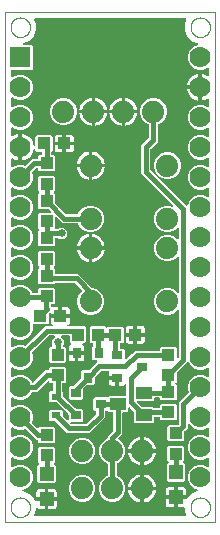
<source format=gtl>
G04 EAGLE Gerber RS-274X export*
G75*
%MOMM*%
%FSLAX34Y34*%
%LPD*%
%INTop Layer*%
%IPPOS*%
%AMOC8*
5,1,8,0,0,1.08239X$1,22.5*%
G01*
%ADD10C,0.000000*%
%ADD11R,1.100000X1.000000*%
%ADD12R,0.800000X0.600000*%
%ADD13R,0.900000X0.800000*%
%ADD14R,1.400000X1.000000*%
%ADD15R,0.800000X0.900000*%
%ADD16R,1.000000X1.100000*%
%ADD17C,1.879600*%
%ADD18R,1.778000X1.778000*%
%ADD19C,1.778000*%
%ADD20R,1.200000X1.200000*%
%ADD21C,0.406400*%
%ADD22C,0.654800*%

G36*
X68046Y83200D02*
X68046Y83200D01*
X68137Y83208D01*
X68167Y83220D01*
X68199Y83225D01*
X68280Y83268D01*
X68364Y83304D01*
X68396Y83330D01*
X68416Y83341D01*
X68439Y83364D01*
X68494Y83409D01*
X76816Y91731D01*
X76869Y91804D01*
X76929Y91874D01*
X76941Y91904D01*
X76960Y91930D01*
X76987Y92017D01*
X77021Y92102D01*
X77025Y92143D01*
X77032Y92165D01*
X77031Y92198D01*
X77039Y92269D01*
X77039Y93473D01*
X77036Y93492D01*
X77038Y93512D01*
X77016Y93613D01*
X77000Y93715D01*
X76990Y93733D01*
X76986Y93752D01*
X76933Y93841D01*
X76884Y93933D01*
X76870Y93946D01*
X76860Y93963D01*
X76781Y94031D01*
X76706Y94102D01*
X76688Y94110D01*
X76673Y94123D01*
X76577Y94162D01*
X76483Y94206D01*
X76463Y94208D01*
X76445Y94215D01*
X76278Y94234D01*
X75613Y94234D01*
X74571Y95276D01*
X74571Y104749D01*
X75613Y105791D01*
X86310Y105791D01*
X86400Y105806D01*
X86491Y105813D01*
X86521Y105826D01*
X86553Y105831D01*
X86634Y105874D01*
X86718Y105909D01*
X86750Y105935D01*
X86771Y105946D01*
X86793Y105969D01*
X86849Y106014D01*
X87626Y106791D01*
X101791Y106791D01*
X101810Y106794D01*
X101830Y106792D01*
X101931Y106814D01*
X102033Y106831D01*
X102051Y106840D01*
X102070Y106845D01*
X102159Y106898D01*
X102251Y106946D01*
X102264Y106960D01*
X102281Y106971D01*
X102349Y107049D01*
X102420Y107124D01*
X102428Y107142D01*
X102441Y107158D01*
X102480Y107254D01*
X102524Y107347D01*
X102526Y107367D01*
X102533Y107386D01*
X102552Y107552D01*
X102552Y116108D01*
X102540Y116179D01*
X102538Y116251D01*
X102520Y116300D01*
X102512Y116351D01*
X102479Y116414D01*
X102454Y116482D01*
X102421Y116522D01*
X102397Y116568D01*
X102345Y116618D01*
X102300Y116674D01*
X102256Y116702D01*
X102219Y116738D01*
X102153Y116768D01*
X102093Y116807D01*
X102043Y116820D01*
X101996Y116841D01*
X101924Y116849D01*
X101855Y116867D01*
X101803Y116863D01*
X101751Y116869D01*
X101681Y116853D01*
X101609Y116848D01*
X101562Y116827D01*
X101511Y116816D01*
X101449Y116779D01*
X101383Y116751D01*
X101327Y116707D01*
X101300Y116690D01*
X101284Y116672D01*
X101252Y116647D01*
X100835Y116229D01*
X100256Y115895D01*
X99609Y115722D01*
X96298Y115722D01*
X96298Y121500D01*
X96295Y121520D01*
X96297Y121540D01*
X96275Y121641D01*
X96258Y121743D01*
X96249Y121761D01*
X96245Y121780D01*
X96192Y121869D01*
X96143Y121961D01*
X96129Y121974D01*
X96119Y121991D01*
X96040Y122059D01*
X95965Y122130D01*
X95947Y122138D01*
X95932Y122151D01*
X95836Y122190D01*
X95742Y122234D01*
X95722Y122236D01*
X95704Y122243D01*
X95537Y122262D01*
X94774Y122262D01*
X94774Y123024D01*
X94771Y123044D01*
X94773Y123064D01*
X94751Y123165D01*
X94734Y123267D01*
X94725Y123285D01*
X94721Y123304D01*
X94668Y123393D01*
X94619Y123485D01*
X94605Y123498D01*
X94595Y123515D01*
X94516Y123583D01*
X94441Y123654D01*
X94423Y123662D01*
X94408Y123675D01*
X94312Y123714D01*
X94218Y123758D01*
X94198Y123760D01*
X94180Y123767D01*
X94013Y123786D01*
X87734Y123786D01*
X87734Y126597D01*
X87871Y127106D01*
X87883Y127225D01*
X87896Y127342D01*
X87895Y127347D01*
X87895Y127351D01*
X87869Y127466D01*
X87843Y127583D01*
X87841Y127586D01*
X87840Y127590D01*
X87778Y127692D01*
X87717Y127794D01*
X87714Y127797D01*
X87712Y127800D01*
X87621Y127876D01*
X87530Y127954D01*
X87526Y127955D01*
X87523Y127958D01*
X87414Y128001D01*
X87302Y128046D01*
X87297Y128046D01*
X87294Y128048D01*
X87280Y128048D01*
X87135Y128064D01*
X81269Y128064D01*
X81179Y128050D01*
X81088Y128042D01*
X81058Y128030D01*
X81026Y128025D01*
X80945Y127982D01*
X80861Y127946D01*
X80829Y127920D01*
X80809Y127909D01*
X80786Y127886D01*
X80731Y127841D01*
X75852Y122963D01*
X75799Y122889D01*
X75739Y122819D01*
X75727Y122789D01*
X75708Y122763D01*
X75681Y122676D01*
X75647Y122591D01*
X75643Y122550D01*
X75636Y122528D01*
X75637Y122496D01*
X75629Y122424D01*
X75629Y117113D01*
X74587Y116071D01*
X69276Y116071D01*
X69186Y116057D01*
X69095Y116049D01*
X69065Y116037D01*
X69033Y116032D01*
X68952Y115989D01*
X68868Y115953D01*
X68836Y115927D01*
X68816Y115916D01*
X68793Y115893D01*
X68737Y115848D01*
X66352Y113463D01*
X66299Y113389D01*
X66239Y113319D01*
X66227Y113289D01*
X66208Y113263D01*
X66181Y113176D01*
X66147Y113091D01*
X66143Y113050D01*
X66136Y113028D01*
X66137Y112996D01*
X66129Y112924D01*
X66129Y104776D01*
X65087Y103734D01*
X54613Y103734D01*
X53571Y104776D01*
X53571Y114249D01*
X54613Y115291D01*
X57087Y115291D01*
X57177Y115306D01*
X57268Y115313D01*
X57298Y115326D01*
X57329Y115331D01*
X57410Y115374D01*
X57494Y115409D01*
X57526Y115435D01*
X57547Y115446D01*
X57569Y115469D01*
X57625Y115514D01*
X58494Y116384D01*
X63848Y121737D01*
X63901Y121811D01*
X63961Y121881D01*
X63973Y121911D01*
X63992Y121937D01*
X64019Y122024D01*
X64053Y122109D01*
X64057Y122150D01*
X64064Y122172D01*
X64063Y122204D01*
X64071Y122276D01*
X64071Y127587D01*
X65113Y128629D01*
X70424Y128629D01*
X70514Y128643D01*
X70605Y128651D01*
X70635Y128663D01*
X70667Y128668D01*
X70748Y128711D01*
X70832Y128747D01*
X70864Y128773D01*
X70884Y128784D01*
X70907Y128807D01*
X70963Y128852D01*
X77883Y135772D01*
X77924Y135830D01*
X77974Y135882D01*
X77996Y135929D01*
X78026Y135971D01*
X78047Y136040D01*
X78077Y136105D01*
X78083Y136157D01*
X78098Y136207D01*
X78097Y136278D01*
X78104Y136349D01*
X78093Y136400D01*
X78092Y136452D01*
X78067Y136520D01*
X78052Y136590D01*
X78026Y136634D01*
X78008Y136683D01*
X77963Y136739D01*
X77926Y136801D01*
X77886Y136835D01*
X77854Y136875D01*
X77794Y136914D01*
X77739Y136961D01*
X77691Y136980D01*
X77647Y137008D01*
X77578Y137026D01*
X77511Y137053D01*
X77440Y137061D01*
X77408Y137069D01*
X77385Y137067D01*
X77344Y137071D01*
X74613Y137071D01*
X73571Y138113D01*
X73571Y148587D01*
X74316Y149332D01*
X74369Y149406D01*
X74429Y149475D01*
X74441Y149505D01*
X74460Y149532D01*
X74487Y149619D01*
X74521Y149703D01*
X74525Y149744D01*
X74532Y149767D01*
X74531Y149799D01*
X74539Y149870D01*
X74539Y150710D01*
X74536Y150730D01*
X74538Y150749D01*
X74516Y150851D01*
X74500Y150953D01*
X74490Y150970D01*
X74486Y150990D01*
X74433Y151079D01*
X74384Y151170D01*
X74370Y151184D01*
X74360Y151201D01*
X74281Y151268D01*
X74206Y151340D01*
X74188Y151348D01*
X74173Y151361D01*
X74077Y151400D01*
X73983Y151443D01*
X73963Y151445D01*
X73945Y151453D01*
X73778Y151471D01*
X72613Y151471D01*
X71571Y152513D01*
X71571Y164987D01*
X72613Y166029D01*
X84087Y166029D01*
X85187Y164929D01*
X85203Y164917D01*
X85215Y164902D01*
X85303Y164846D01*
X85386Y164785D01*
X85405Y164779D01*
X85422Y164769D01*
X85523Y164743D01*
X85622Y164713D01*
X85641Y164713D01*
X85661Y164709D01*
X85764Y164717D01*
X85867Y164719D01*
X85886Y164726D01*
X85906Y164728D01*
X86001Y164768D01*
X86098Y164804D01*
X86114Y164816D01*
X86132Y164824D01*
X86263Y164929D01*
X86863Y165529D01*
X99337Y165529D01*
X100379Y164487D01*
X100379Y153013D01*
X99337Y151971D01*
X97672Y151971D01*
X97652Y151968D01*
X97633Y151970D01*
X97531Y151948D01*
X97429Y151932D01*
X97412Y151922D01*
X97392Y151918D01*
X97303Y151865D01*
X97212Y151816D01*
X97198Y151802D01*
X97181Y151792D01*
X97114Y151713D01*
X97042Y151638D01*
X97034Y151620D01*
X97021Y151605D01*
X96982Y151509D01*
X96939Y151415D01*
X96937Y151395D01*
X96929Y151377D01*
X96911Y151210D01*
X96911Y147802D01*
X96914Y147783D01*
X96912Y147763D01*
X96934Y147662D01*
X96950Y147560D01*
X96960Y147542D01*
X96964Y147523D01*
X97017Y147434D01*
X97066Y147342D01*
X97080Y147329D01*
X97090Y147312D01*
X97169Y147244D01*
X97244Y147173D01*
X97262Y147165D01*
X97277Y147152D01*
X97373Y147113D01*
X97467Y147069D01*
X97487Y147067D01*
X97505Y147060D01*
X97672Y147041D01*
X100012Y147041D01*
X101054Y145999D01*
X101054Y138556D01*
X101065Y138485D01*
X101067Y138413D01*
X101085Y138364D01*
X101093Y138313D01*
X101127Y138250D01*
X101152Y138182D01*
X101184Y138142D01*
X101209Y138096D01*
X101260Y138046D01*
X101305Y137990D01*
X101349Y137962D01*
X101387Y137926D01*
X101452Y137896D01*
X101512Y137857D01*
X101563Y137845D01*
X101610Y137823D01*
X101681Y137815D01*
X101751Y137797D01*
X101803Y137801D01*
X101854Y137796D01*
X101925Y137811D01*
X101996Y137816D01*
X102044Y137837D01*
X102095Y137848D01*
X102156Y137885D01*
X102222Y137913D01*
X102278Y137957D01*
X102306Y137974D01*
X102321Y137992D01*
X102353Y138017D01*
X107091Y142755D01*
X107091Y142756D01*
X109547Y145211D01*
X130073Y145211D01*
X130092Y145214D01*
X130112Y145212D01*
X130213Y145234D01*
X130315Y145250D01*
X130333Y145260D01*
X130352Y145264D01*
X130441Y145317D01*
X130533Y145366D01*
X130546Y145380D01*
X130563Y145390D01*
X130631Y145469D01*
X130702Y145544D01*
X130710Y145562D01*
X130723Y145577D01*
X130762Y145673D01*
X130806Y145767D01*
X130808Y145787D01*
X130815Y145805D01*
X130834Y145972D01*
X130834Y147587D01*
X131876Y148629D01*
X144349Y148629D01*
X145391Y147587D01*
X145391Y139356D01*
X145403Y139285D01*
X145405Y139213D01*
X145423Y139164D01*
X145431Y139113D01*
X145465Y139050D01*
X145489Y138982D01*
X145522Y138942D01*
X145546Y138896D01*
X145598Y138846D01*
X145643Y138790D01*
X145687Y138762D01*
X145724Y138726D01*
X145790Y138696D01*
X145850Y138657D01*
X145900Y138645D01*
X145947Y138623D01*
X146019Y138615D01*
X146088Y138597D01*
X146140Y138601D01*
X146192Y138596D01*
X146262Y138611D01*
X146334Y138616D01*
X146381Y138637D01*
X146432Y138648D01*
X146494Y138685D01*
X146560Y138713D01*
X146616Y138757D01*
X146643Y138774D01*
X146659Y138792D01*
X146691Y138818D01*
X146779Y138906D01*
X146832Y138980D01*
X146891Y139049D01*
X146904Y139079D01*
X146922Y139105D01*
X146949Y139192D01*
X146983Y139277D01*
X146988Y139318D01*
X146995Y139340D01*
X146994Y139373D01*
X147002Y139444D01*
X147002Y179015D01*
X146990Y179085D01*
X146988Y179157D01*
X146970Y179206D01*
X146962Y179257D01*
X146928Y179321D01*
X146904Y179388D01*
X146871Y179429D01*
X146847Y179475D01*
X146795Y179524D01*
X146750Y179580D01*
X146706Y179608D01*
X146669Y179644D01*
X146604Y179674D01*
X146543Y179713D01*
X146493Y179726D01*
X146446Y179748D01*
X146374Y179756D01*
X146305Y179773D01*
X146253Y179769D01*
X146201Y179775D01*
X146131Y179760D01*
X146060Y179754D01*
X146012Y179734D01*
X145961Y179723D01*
X145899Y179686D01*
X145833Y179658D01*
X145777Y179613D01*
X145750Y179596D01*
X145734Y179579D01*
X145702Y179553D01*
X143618Y177469D01*
X139510Y175767D01*
X135064Y175767D01*
X130956Y177469D01*
X127812Y180613D01*
X126110Y184721D01*
X126110Y189167D01*
X127812Y193275D01*
X130956Y196419D01*
X135064Y198121D01*
X139510Y198121D01*
X143618Y196419D01*
X145702Y194335D01*
X145760Y194293D01*
X145812Y194244D01*
X145860Y194222D01*
X145902Y194192D01*
X145970Y194170D01*
X146036Y194140D01*
X146087Y194134D01*
X146137Y194119D01*
X146209Y194121D01*
X146280Y194113D01*
X146331Y194124D01*
X146383Y194126D01*
X146450Y194150D01*
X146520Y194165D01*
X146565Y194192D01*
X146614Y194210D01*
X146670Y194255D01*
X146731Y194292D01*
X146765Y194331D01*
X146806Y194364D01*
X146845Y194424D01*
X146891Y194478D01*
X146911Y194527D01*
X146939Y194571D01*
X146956Y194640D01*
X146983Y194707D01*
X146991Y194778D01*
X146999Y194809D01*
X146997Y194832D01*
X147002Y194873D01*
X147002Y224227D01*
X146990Y224297D01*
X146988Y224369D01*
X146970Y224418D01*
X146962Y224469D01*
X146928Y224533D01*
X146904Y224600D01*
X146871Y224641D01*
X146847Y224687D01*
X146795Y224736D01*
X146750Y224792D01*
X146706Y224820D01*
X146669Y224856D01*
X146604Y224886D01*
X146543Y224925D01*
X146493Y224938D01*
X146446Y224960D01*
X146374Y224968D01*
X146305Y224985D01*
X146253Y224981D01*
X146201Y224987D01*
X146131Y224972D01*
X146060Y224966D01*
X146012Y224946D01*
X145961Y224935D01*
X145899Y224898D01*
X145833Y224870D01*
X145777Y224825D01*
X145750Y224808D01*
X145734Y224791D01*
X145702Y224765D01*
X143618Y222681D01*
X139510Y220979D01*
X135064Y220979D01*
X130956Y222681D01*
X127812Y225825D01*
X126110Y229933D01*
X126110Y234379D01*
X127812Y238487D01*
X130956Y241631D01*
X135064Y243333D01*
X139510Y243333D01*
X143618Y241631D01*
X145702Y239547D01*
X145760Y239505D01*
X145812Y239456D01*
X145860Y239434D01*
X145902Y239404D01*
X145970Y239382D01*
X146036Y239352D01*
X146087Y239346D01*
X146137Y239331D01*
X146209Y239333D01*
X146280Y239325D01*
X146331Y239336D01*
X146383Y239338D01*
X146450Y239362D01*
X146520Y239377D01*
X146565Y239404D01*
X146614Y239422D01*
X146670Y239467D01*
X146731Y239504D01*
X146765Y239543D01*
X146806Y239576D01*
X146845Y239636D01*
X146891Y239690D01*
X146911Y239739D01*
X146939Y239783D01*
X146956Y239852D01*
X146983Y239919D01*
X146991Y239990D01*
X146999Y240021D01*
X146997Y240044D01*
X147002Y240085D01*
X147002Y248865D01*
X146990Y248935D01*
X146988Y249007D01*
X146970Y249056D01*
X146962Y249107D01*
X146928Y249171D01*
X146904Y249238D01*
X146871Y249279D01*
X146847Y249325D01*
X146795Y249374D01*
X146750Y249430D01*
X146706Y249458D01*
X146669Y249494D01*
X146604Y249524D01*
X146543Y249563D01*
X146493Y249576D01*
X146446Y249598D01*
X146374Y249606D01*
X146305Y249623D01*
X146253Y249619D01*
X146201Y249625D01*
X146131Y249610D01*
X146060Y249604D01*
X146012Y249584D01*
X145961Y249573D01*
X145899Y249536D01*
X145833Y249508D01*
X145777Y249463D01*
X145750Y249446D01*
X145734Y249429D01*
X145702Y249403D01*
X143618Y247319D01*
X139510Y245617D01*
X135064Y245617D01*
X130956Y247319D01*
X127812Y250463D01*
X126110Y254571D01*
X126110Y259017D01*
X127812Y263125D01*
X130956Y266269D01*
X135064Y267971D01*
X139510Y267971D01*
X141189Y267275D01*
X141284Y267253D01*
X141377Y267224D01*
X141404Y267225D01*
X141429Y267219D01*
X141526Y267228D01*
X141623Y267231D01*
X141648Y267240D01*
X141674Y267242D01*
X141763Y267282D01*
X141854Y267315D01*
X141875Y267331D01*
X141899Y267342D01*
X141970Y267408D01*
X142046Y267469D01*
X142060Y267491D01*
X142080Y267508D01*
X142127Y267594D01*
X142179Y267676D01*
X142186Y267701D01*
X142198Y267724D01*
X142216Y267820D01*
X142239Y267914D01*
X142237Y267940D01*
X142242Y267966D01*
X142228Y268063D01*
X142220Y268159D01*
X142210Y268183D01*
X142206Y268209D01*
X142162Y268296D01*
X142124Y268386D01*
X142104Y268411D01*
X142095Y268429D01*
X142071Y268452D01*
X142019Y268517D01*
X117707Y292829D01*
X115252Y295284D01*
X115252Y319078D01*
X121379Y325206D01*
X121432Y325279D01*
X121491Y325349D01*
X121504Y325379D01*
X121522Y325405D01*
X121549Y325492D01*
X121583Y325577D01*
X121588Y325618D01*
X121595Y325640D01*
X121594Y325673D01*
X121602Y325744D01*
X121602Y336635D01*
X121583Y336749D01*
X121566Y336866D01*
X121563Y336871D01*
X121562Y336877D01*
X121508Y336980D01*
X121454Y337085D01*
X121450Y337089D01*
X121447Y337095D01*
X121363Y337175D01*
X121279Y337257D01*
X121272Y337261D01*
X121269Y337264D01*
X121252Y337272D01*
X121132Y337338D01*
X119081Y338187D01*
X115937Y341331D01*
X114236Y345439D01*
X114236Y349886D01*
X115937Y353994D01*
X119081Y357138D01*
X123189Y358839D01*
X127636Y358839D01*
X131744Y357138D01*
X134888Y353994D01*
X136589Y349886D01*
X136589Y345439D01*
X134888Y341331D01*
X131744Y338187D01*
X129693Y337338D01*
X129593Y337276D01*
X129494Y337216D01*
X129490Y337212D01*
X129484Y337208D01*
X129409Y337118D01*
X129334Y337030D01*
X129331Y337024D01*
X129327Y337019D01*
X129286Y336911D01*
X129242Y336801D01*
X129241Y336794D01*
X129239Y336789D01*
X129238Y336771D01*
X129223Y336635D01*
X129223Y322272D01*
X123096Y316144D01*
X123043Y316071D01*
X122984Y316001D01*
X122971Y315971D01*
X122953Y315945D01*
X122926Y315858D01*
X122892Y315773D01*
X122887Y315732D01*
X122880Y315710D01*
X122881Y315677D01*
X122873Y315606D01*
X122873Y298756D01*
X122888Y298666D01*
X122895Y298575D01*
X122908Y298545D01*
X122913Y298514D01*
X122956Y298433D01*
X122991Y298349D01*
X123017Y298317D01*
X123028Y298296D01*
X123051Y298274D01*
X123096Y298218D01*
X152168Y269146D01*
X153132Y268182D01*
X153190Y268141D01*
X153242Y268091D01*
X153289Y268069D01*
X153331Y268039D01*
X153400Y268018D01*
X153465Y267988D01*
X153517Y267982D01*
X153567Y267967D01*
X153638Y267968D01*
X153709Y267961D01*
X153760Y267972D01*
X153812Y267973D01*
X153880Y267998D01*
X153950Y268013D01*
X153995Y268039D01*
X154043Y268057D01*
X154099Y268102D01*
X154161Y268139D01*
X154195Y268179D01*
X154235Y268211D01*
X154274Y268271D01*
X154321Y268326D01*
X154340Y268374D01*
X154368Y268418D01*
X154386Y268487D01*
X154413Y268554D01*
X154421Y268625D01*
X154429Y268656D01*
X154427Y268680D01*
X154431Y268721D01*
X154431Y268822D01*
X156055Y272743D01*
X159057Y275745D01*
X162978Y277369D01*
X167222Y277369D01*
X171143Y275745D01*
X171220Y275668D01*
X171278Y275626D01*
X171330Y275577D01*
X171377Y275555D01*
X171419Y275525D01*
X171488Y275503D01*
X171553Y275473D01*
X171605Y275468D01*
X171654Y275452D01*
X171726Y275454D01*
X171797Y275446D01*
X171848Y275457D01*
X171900Y275459D01*
X171968Y275483D01*
X172038Y275498D01*
X172083Y275525D01*
X172131Y275543D01*
X172187Y275588D01*
X172249Y275625D01*
X172283Y275664D01*
X172323Y275697D01*
X172362Y275757D01*
X172409Y275812D01*
X172428Y275860D01*
X172456Y275904D01*
X172474Y275973D01*
X172501Y276040D01*
X172509Y276111D01*
X172517Y276142D01*
X172515Y276165D01*
X172519Y276206D01*
X172519Y282594D01*
X172508Y282664D01*
X172506Y282736D01*
X172488Y282785D01*
X172480Y282836D01*
X172446Y282900D01*
X172421Y282967D01*
X172389Y283008D01*
X172364Y283054D01*
X172312Y283103D01*
X172268Y283159D01*
X172224Y283187D01*
X172186Y283223D01*
X172121Y283253D01*
X172061Y283292D01*
X172010Y283305D01*
X171963Y283327D01*
X171892Y283335D01*
X171822Y283352D01*
X171770Y283348D01*
X171719Y283354D01*
X171648Y283339D01*
X171577Y283333D01*
X171529Y283313D01*
X171478Y283302D01*
X171417Y283265D01*
X171351Y283237D01*
X171295Y283192D01*
X171267Y283175D01*
X171252Y283158D01*
X171220Y283132D01*
X171143Y283055D01*
X167222Y281431D01*
X162978Y281431D01*
X159057Y283055D01*
X156055Y286057D01*
X154431Y289978D01*
X154431Y294222D01*
X156055Y298143D01*
X159057Y301145D01*
X162978Y302769D01*
X167222Y302769D01*
X171143Y301145D01*
X171220Y301068D01*
X171278Y301026D01*
X171330Y300977D01*
X171377Y300955D01*
X171419Y300925D01*
X171488Y300903D01*
X171553Y300873D01*
X171605Y300868D01*
X171654Y300852D01*
X171726Y300854D01*
X171797Y300846D01*
X171848Y300857D01*
X171900Y300859D01*
X171968Y300883D01*
X172038Y300898D01*
X172083Y300925D01*
X172131Y300943D01*
X172187Y300988D01*
X172249Y301025D01*
X172283Y301064D01*
X172323Y301097D01*
X172362Y301157D01*
X172409Y301212D01*
X172428Y301260D01*
X172456Y301304D01*
X172474Y301373D01*
X172501Y301440D01*
X172509Y301511D01*
X172517Y301542D01*
X172515Y301565D01*
X172519Y301606D01*
X172519Y307994D01*
X172508Y308064D01*
X172506Y308136D01*
X172488Y308185D01*
X172480Y308236D01*
X172446Y308300D01*
X172421Y308367D01*
X172389Y308408D01*
X172364Y308454D01*
X172312Y308503D01*
X172268Y308559D01*
X172224Y308587D01*
X172186Y308623D01*
X172121Y308653D01*
X172061Y308692D01*
X172010Y308705D01*
X171963Y308727D01*
X171892Y308735D01*
X171822Y308752D01*
X171770Y308748D01*
X171719Y308754D01*
X171648Y308739D01*
X171577Y308733D01*
X171529Y308713D01*
X171478Y308702D01*
X171417Y308665D01*
X171351Y308637D01*
X171295Y308592D01*
X171267Y308575D01*
X171252Y308558D01*
X171220Y308532D01*
X171143Y308455D01*
X167222Y306831D01*
X162978Y306831D01*
X159057Y308455D01*
X156055Y311457D01*
X154431Y315378D01*
X154431Y319622D01*
X156055Y323543D01*
X159057Y326545D01*
X162978Y328169D01*
X167222Y328169D01*
X171143Y326545D01*
X171220Y326468D01*
X171278Y326426D01*
X171330Y326377D01*
X171377Y326355D01*
X171419Y326325D01*
X171488Y326303D01*
X171553Y326273D01*
X171605Y326268D01*
X171654Y326252D01*
X171726Y326254D01*
X171797Y326246D01*
X171848Y326257D01*
X171900Y326259D01*
X171968Y326283D01*
X172038Y326298D01*
X172083Y326325D01*
X172131Y326343D01*
X172187Y326388D01*
X172249Y326425D01*
X172283Y326464D01*
X172323Y326497D01*
X172362Y326557D01*
X172409Y326612D01*
X172428Y326660D01*
X172456Y326704D01*
X172474Y326773D01*
X172501Y326840D01*
X172509Y326911D01*
X172517Y326942D01*
X172515Y326965D01*
X172519Y327006D01*
X172519Y333394D01*
X172508Y333464D01*
X172506Y333536D01*
X172488Y333585D01*
X172480Y333636D01*
X172446Y333700D01*
X172421Y333767D01*
X172389Y333808D01*
X172364Y333854D01*
X172312Y333903D01*
X172268Y333959D01*
X172224Y333987D01*
X172186Y334023D01*
X172121Y334053D01*
X172061Y334092D01*
X172010Y334105D01*
X171963Y334127D01*
X171892Y334135D01*
X171822Y334152D01*
X171770Y334148D01*
X171719Y334154D01*
X171648Y334139D01*
X171577Y334133D01*
X171529Y334113D01*
X171478Y334102D01*
X171417Y334065D01*
X171351Y334037D01*
X171295Y333992D01*
X171267Y333975D01*
X171252Y333958D01*
X171220Y333932D01*
X171143Y333855D01*
X167222Y332231D01*
X162978Y332231D01*
X159057Y333855D01*
X156055Y336857D01*
X154431Y340778D01*
X154431Y345022D01*
X156055Y348943D01*
X159057Y351945D01*
X162978Y353569D01*
X167222Y353569D01*
X171143Y351945D01*
X171220Y351868D01*
X171278Y351826D01*
X171330Y351777D01*
X171377Y351755D01*
X171419Y351725D01*
X171488Y351703D01*
X171553Y351673D01*
X171605Y351668D01*
X171654Y351652D01*
X171726Y351654D01*
X171797Y351646D01*
X171848Y351657D01*
X171900Y351659D01*
X171968Y351683D01*
X172038Y351698D01*
X172083Y351725D01*
X172131Y351743D01*
X172187Y351788D01*
X172249Y351825D01*
X172283Y351864D01*
X172323Y351897D01*
X172362Y351957D01*
X172409Y352012D01*
X172428Y352060D01*
X172456Y352104D01*
X172474Y352173D01*
X172501Y352240D01*
X172509Y352311D01*
X172517Y352342D01*
X172515Y352365D01*
X172519Y352406D01*
X172519Y358067D01*
X172517Y358079D01*
X172519Y358091D01*
X172498Y358200D01*
X172480Y358310D01*
X172474Y358321D01*
X172472Y358332D01*
X172416Y358429D01*
X172364Y358527D01*
X172356Y358536D01*
X172350Y358546D01*
X172267Y358620D01*
X172186Y358697D01*
X172175Y358702D01*
X172166Y358710D01*
X172064Y358754D01*
X171963Y358800D01*
X171951Y358802D01*
X171940Y358806D01*
X171829Y358815D01*
X171719Y358827D01*
X171707Y358825D01*
X171695Y358826D01*
X171587Y358799D01*
X171478Y358775D01*
X171468Y358769D01*
X171456Y358766D01*
X171311Y358683D01*
X171091Y358524D01*
X169488Y357707D01*
X167777Y357151D01*
X166623Y356968D01*
X166623Y367538D01*
X166620Y367558D01*
X166622Y367577D01*
X166600Y367679D01*
X166583Y367781D01*
X166574Y367798D01*
X166570Y367818D01*
X166517Y367907D01*
X166468Y367998D01*
X166454Y368012D01*
X166444Y368029D01*
X166365Y368096D01*
X166290Y368167D01*
X166272Y368176D01*
X166257Y368189D01*
X166161Y368227D01*
X166067Y368271D01*
X166047Y368273D01*
X166029Y368281D01*
X165862Y368299D01*
X165099Y368299D01*
X165099Y368301D01*
X165862Y368301D01*
X165882Y368304D01*
X165901Y368302D01*
X166003Y368324D01*
X166105Y368341D01*
X166122Y368350D01*
X166142Y368354D01*
X166231Y368407D01*
X166322Y368456D01*
X166336Y368470D01*
X166353Y368480D01*
X166420Y368559D01*
X166491Y368634D01*
X166500Y368652D01*
X166513Y368667D01*
X166552Y368763D01*
X166595Y368857D01*
X166597Y368877D01*
X166605Y368895D01*
X166623Y369062D01*
X166623Y379632D01*
X167777Y379449D01*
X169488Y378893D01*
X171091Y378076D01*
X171311Y377917D01*
X171321Y377912D01*
X171330Y377903D01*
X171431Y377856D01*
X171530Y377806D01*
X171542Y377805D01*
X171553Y377800D01*
X171664Y377787D01*
X171774Y377772D01*
X171786Y377774D01*
X171797Y377773D01*
X171906Y377796D01*
X172016Y377816D01*
X172026Y377822D01*
X172038Y377825D01*
X172133Y377882D01*
X172231Y377936D01*
X172239Y377945D01*
X172249Y377951D01*
X172321Y378036D01*
X172396Y378118D01*
X172401Y378129D01*
X172409Y378138D01*
X172451Y378241D01*
X172495Y378343D01*
X172496Y378355D01*
X172501Y378366D01*
X172519Y378533D01*
X172519Y384194D01*
X172517Y384209D01*
X172518Y384223D01*
X172507Y384272D01*
X172506Y384336D01*
X172488Y384385D01*
X172480Y384436D01*
X172466Y384461D01*
X172466Y384463D01*
X172461Y384472D01*
X172446Y384500D01*
X172421Y384567D01*
X172389Y384608D01*
X172364Y384654D01*
X172312Y384703D01*
X172268Y384759D01*
X172224Y384787D01*
X172186Y384823D01*
X172121Y384853D01*
X172061Y384892D01*
X172010Y384905D01*
X171963Y384927D01*
X171892Y384935D01*
X171822Y384952D01*
X171770Y384948D01*
X171719Y384954D01*
X171648Y384939D01*
X171577Y384933D01*
X171529Y384913D01*
X171478Y384902D01*
X171417Y384865D01*
X171351Y384837D01*
X171301Y384797D01*
X171288Y384790D01*
X171283Y384785D01*
X171267Y384775D01*
X171252Y384758D01*
X171220Y384732D01*
X171143Y384655D01*
X167222Y383031D01*
X162978Y383031D01*
X159057Y384655D01*
X156055Y387657D01*
X154431Y391578D01*
X154431Y395822D01*
X156055Y399743D01*
X159057Y402745D01*
X162811Y404300D01*
X162894Y404351D01*
X162980Y404397D01*
X162998Y404415D01*
X163020Y404429D01*
X163083Y404505D01*
X163149Y404575D01*
X163160Y404599D01*
X163177Y404619D01*
X163212Y404710D01*
X163253Y404798D01*
X163256Y404824D01*
X163265Y404848D01*
X163269Y404946D01*
X163280Y405042D01*
X163275Y405068D01*
X163276Y405094D01*
X163249Y405188D01*
X163228Y405283D01*
X163214Y405305D01*
X163207Y405330D01*
X163152Y405410D01*
X163102Y405494D01*
X163082Y405511D01*
X163067Y405532D01*
X162989Y405591D01*
X162915Y405654D01*
X162891Y405664D01*
X162870Y405679D01*
X162777Y405709D01*
X162687Y405746D01*
X162654Y405749D01*
X162636Y405755D01*
X162603Y405755D01*
X162520Y405764D01*
X162447Y405764D01*
X157546Y407795D01*
X153795Y411546D01*
X151764Y416447D01*
X151764Y421753D01*
X153334Y425542D01*
X153344Y425586D01*
X153364Y425628D01*
X153372Y425705D01*
X153390Y425781D01*
X153386Y425827D01*
X153391Y425872D01*
X153374Y425949D01*
X153367Y426026D01*
X153348Y426068D01*
X153338Y426113D01*
X153298Y426180D01*
X153267Y426251D01*
X153236Y426285D01*
X153212Y426324D01*
X153153Y426375D01*
X153100Y426432D01*
X153060Y426454D01*
X153025Y426484D01*
X152953Y426513D01*
X152885Y426550D01*
X152840Y426559D01*
X152797Y426576D01*
X152661Y426591D01*
X152643Y426594D01*
X152638Y426593D01*
X152630Y426594D01*
X25170Y426594D01*
X25124Y426587D01*
X25078Y426589D01*
X25004Y426567D01*
X24927Y426555D01*
X24886Y426533D01*
X24842Y426520D01*
X24778Y426476D01*
X24709Y426439D01*
X24678Y426406D01*
X24640Y426380D01*
X24594Y426317D01*
X24540Y426261D01*
X24521Y426219D01*
X24493Y426183D01*
X24469Y426109D01*
X24436Y426038D01*
X24431Y425992D01*
X24417Y425949D01*
X24418Y425871D01*
X24409Y425794D01*
X24419Y425749D01*
X24420Y425703D01*
X24458Y425571D01*
X24462Y425553D01*
X24464Y425549D01*
X24466Y425542D01*
X26036Y421753D01*
X26036Y416447D01*
X24005Y411546D01*
X20254Y407795D01*
X15519Y405833D01*
X15436Y405782D01*
X15350Y405736D01*
X15332Y405717D01*
X15310Y405704D01*
X15248Y405629D01*
X15181Y405558D01*
X15170Y405534D01*
X15153Y405514D01*
X15118Y405423D01*
X15077Y405335D01*
X15075Y405309D01*
X15065Y405285D01*
X15061Y405187D01*
X15050Y405091D01*
X15056Y405065D01*
X15055Y405039D01*
X15082Y404945D01*
X15103Y404850D01*
X15116Y404828D01*
X15123Y404803D01*
X15179Y404723D01*
X15229Y404639D01*
X15249Y404622D01*
X15264Y404601D01*
X15342Y404542D01*
X15416Y404479D01*
X15440Y404469D01*
X15461Y404454D01*
X15553Y404424D01*
X15644Y404387D01*
X15676Y404384D01*
X15695Y404378D01*
X15728Y404378D01*
X15811Y404369D01*
X22327Y404369D01*
X23369Y403327D01*
X23369Y384073D01*
X22327Y383031D01*
X5842Y383031D01*
X5822Y383028D01*
X5803Y383030D01*
X5701Y383008D01*
X5599Y382992D01*
X5582Y382982D01*
X5562Y382978D01*
X5473Y382925D01*
X5382Y382876D01*
X5368Y382862D01*
X5351Y382852D01*
X5284Y382773D01*
X5212Y382698D01*
X5204Y382680D01*
X5191Y382665D01*
X5152Y382569D01*
X5109Y382475D01*
X5107Y382455D01*
X5099Y382437D01*
X5081Y382270D01*
X5081Y377606D01*
X5092Y377536D01*
X5094Y377464D01*
X5112Y377415D01*
X5120Y377364D01*
X5154Y377300D01*
X5179Y377233D01*
X5211Y377192D01*
X5236Y377146D01*
X5287Y377097D01*
X5332Y377041D01*
X5376Y377013D01*
X5414Y376977D01*
X5479Y376947D01*
X5539Y376908D01*
X5590Y376895D01*
X5637Y376873D01*
X5708Y376865D01*
X5778Y376848D01*
X5830Y376852D01*
X5881Y376846D01*
X5952Y376861D01*
X6023Y376867D01*
X6071Y376887D01*
X6122Y376898D01*
X6183Y376935D01*
X6249Y376963D01*
X6305Y377008D01*
X6333Y377025D01*
X6348Y377042D01*
X6380Y377068D01*
X6657Y377345D01*
X10578Y378969D01*
X14822Y378969D01*
X18743Y377345D01*
X21745Y374343D01*
X23369Y370422D01*
X23369Y366178D01*
X21745Y362257D01*
X18743Y359255D01*
X14822Y357631D01*
X10578Y357631D01*
X6657Y359255D01*
X6380Y359532D01*
X6322Y359574D01*
X6270Y359623D01*
X6223Y359645D01*
X6181Y359675D01*
X6112Y359696D01*
X6047Y359727D01*
X5995Y359732D01*
X5945Y359748D01*
X5874Y359746D01*
X5803Y359754D01*
X5752Y359743D01*
X5700Y359741D01*
X5632Y359717D01*
X5562Y359702D01*
X5517Y359675D01*
X5469Y359657D01*
X5413Y359612D01*
X5351Y359575D01*
X5317Y359536D01*
X5277Y359503D01*
X5238Y359443D01*
X5191Y359388D01*
X5172Y359340D01*
X5144Y359296D01*
X5126Y359227D01*
X5099Y359160D01*
X5091Y359089D01*
X5083Y359058D01*
X5085Y359035D01*
X5081Y358994D01*
X5081Y352206D01*
X5084Y352188D01*
X5082Y352171D01*
X5093Y352121D01*
X5094Y352064D01*
X5112Y352015D01*
X5120Y351964D01*
X5131Y351943D01*
X5134Y351931D01*
X5157Y351893D01*
X5179Y351833D01*
X5211Y351792D01*
X5236Y351746D01*
X5256Y351727D01*
X5260Y351720D01*
X5289Y351695D01*
X5332Y351641D01*
X5376Y351613D01*
X5414Y351577D01*
X5443Y351563D01*
X5447Y351560D01*
X5473Y351549D01*
X5479Y351547D01*
X5539Y351508D01*
X5590Y351495D01*
X5637Y351473D01*
X5671Y351469D01*
X5675Y351468D01*
X5716Y351463D01*
X5778Y351448D01*
X5824Y351451D01*
X5842Y351449D01*
X5846Y351449D01*
X5849Y351450D01*
X5881Y351446D01*
X5952Y351461D01*
X6023Y351467D01*
X6067Y351486D01*
X6089Y351489D01*
X6096Y351493D01*
X6122Y351498D01*
X6183Y351535D01*
X6249Y351563D01*
X6289Y351595D01*
X6306Y351604D01*
X6316Y351615D01*
X6333Y351625D01*
X6348Y351642D01*
X6380Y351668D01*
X6657Y351945D01*
X10578Y353569D01*
X14822Y353569D01*
X18743Y351945D01*
X21745Y348943D01*
X23369Y345022D01*
X23369Y340778D01*
X21745Y336857D01*
X18743Y333855D01*
X14822Y332231D01*
X10578Y332231D01*
X6657Y333855D01*
X6380Y334132D01*
X6322Y334174D01*
X6270Y334223D01*
X6223Y334245D01*
X6181Y334275D01*
X6112Y334296D01*
X6047Y334327D01*
X5995Y334332D01*
X5945Y334348D01*
X5874Y334346D01*
X5803Y334354D01*
X5752Y334343D01*
X5700Y334341D01*
X5632Y334317D01*
X5562Y334302D01*
X5517Y334275D01*
X5469Y334257D01*
X5413Y334212D01*
X5351Y334175D01*
X5317Y334136D01*
X5277Y334103D01*
X5238Y334043D01*
X5191Y333988D01*
X5172Y333940D01*
X5144Y333896D01*
X5126Y333827D01*
X5099Y333760D01*
X5091Y333689D01*
X5083Y333658D01*
X5085Y333635D01*
X5081Y333594D01*
X5081Y327587D01*
X5083Y327576D01*
X5081Y327564D01*
X5102Y327455D01*
X5120Y327345D01*
X5126Y327334D01*
X5128Y327322D01*
X5183Y327226D01*
X5236Y327127D01*
X5244Y327119D01*
X5250Y327109D01*
X5333Y327035D01*
X5414Y326958D01*
X5425Y326953D01*
X5434Y326945D01*
X5536Y326901D01*
X5637Y326854D01*
X5649Y326853D01*
X5660Y326848D01*
X5771Y326839D01*
X5881Y326827D01*
X5893Y326830D01*
X5905Y326829D01*
X6013Y326856D01*
X6122Y326879D01*
X6132Y326886D01*
X6144Y326889D01*
X6289Y326972D01*
X6709Y327276D01*
X8312Y328093D01*
X10023Y328649D01*
X11177Y328832D01*
X11177Y318262D01*
X11180Y318242D01*
X11178Y318223D01*
X11200Y318121D01*
X11217Y318019D01*
X11226Y318002D01*
X11230Y317982D01*
X11283Y317893D01*
X11332Y317802D01*
X11346Y317788D01*
X11356Y317771D01*
X11435Y317704D01*
X11510Y317633D01*
X11528Y317624D01*
X11543Y317611D01*
X11639Y317573D01*
X11733Y317529D01*
X11753Y317527D01*
X11771Y317519D01*
X11938Y317501D01*
X13462Y317501D01*
X13482Y317504D01*
X13501Y317502D01*
X13603Y317524D01*
X13705Y317541D01*
X13722Y317550D01*
X13742Y317554D01*
X13831Y317607D01*
X13922Y317656D01*
X13936Y317670D01*
X13953Y317680D01*
X14020Y317759D01*
X14091Y317834D01*
X14100Y317852D01*
X14113Y317867D01*
X14152Y317963D01*
X14195Y318057D01*
X14197Y318077D01*
X14205Y318095D01*
X14223Y318262D01*
X14223Y328832D01*
X15377Y328649D01*
X17088Y328093D01*
X18691Y327276D01*
X20147Y326219D01*
X21419Y324947D01*
X22476Y323491D01*
X23293Y321888D01*
X23849Y320177D01*
X23983Y319331D01*
X24003Y319271D01*
X24014Y319208D01*
X24042Y319155D01*
X24060Y319098D01*
X24099Y319047D01*
X24129Y318990D01*
X24172Y318949D01*
X24208Y318901D01*
X24261Y318865D01*
X24307Y318821D01*
X24361Y318796D01*
X24411Y318762D01*
X24472Y318744D01*
X24530Y318717D01*
X24590Y318711D01*
X24647Y318694D01*
X24711Y318697D01*
X24774Y318690D01*
X24833Y318703D01*
X24893Y318706D01*
X24952Y318729D01*
X25015Y318742D01*
X25066Y318773D01*
X25122Y318795D01*
X25171Y318836D01*
X25226Y318869D01*
X25265Y318914D01*
X25311Y318953D01*
X25344Y319007D01*
X25386Y319056D01*
X25408Y319111D01*
X25440Y319162D01*
X25454Y319224D01*
X25478Y319284D01*
X25487Y319370D01*
X25495Y319402D01*
X25494Y319426D01*
X25496Y319450D01*
X25496Y326412D01*
X26538Y327454D01*
X39012Y327454D01*
X40054Y326412D01*
X40054Y314938D01*
X38959Y313843D01*
X38906Y313769D01*
X38846Y313700D01*
X38834Y313670D01*
X38815Y313643D01*
X38788Y313556D01*
X38754Y313472D01*
X38750Y313431D01*
X38743Y313408D01*
X38744Y313376D01*
X38736Y313305D01*
X38736Y311315D01*
X38739Y311295D01*
X38737Y311276D01*
X38759Y311174D01*
X38775Y311072D01*
X38785Y311055D01*
X38789Y311035D01*
X38842Y310946D01*
X38891Y310855D01*
X38905Y310841D01*
X38915Y310824D01*
X38994Y310757D01*
X39069Y310685D01*
X39087Y310677D01*
X39102Y310664D01*
X39198Y310625D01*
X39292Y310582D01*
X39312Y310580D01*
X39330Y310572D01*
X39497Y310554D01*
X41162Y310554D01*
X42204Y309512D01*
X42204Y298038D01*
X41162Y296996D01*
X28688Y296996D01*
X27646Y298038D01*
X27646Y299203D01*
X27643Y299223D01*
X27645Y299242D01*
X27623Y299344D01*
X27607Y299446D01*
X27597Y299463D01*
X27593Y299483D01*
X27540Y299572D01*
X27491Y299663D01*
X27477Y299677D01*
X27467Y299694D01*
X27388Y299761D01*
X27313Y299833D01*
X27295Y299841D01*
X27280Y299854D01*
X27184Y299893D01*
X27090Y299936D01*
X27070Y299938D01*
X27052Y299946D01*
X26885Y299964D01*
X26269Y299964D01*
X26179Y299950D01*
X26088Y299942D01*
X26058Y299930D01*
X26026Y299925D01*
X25946Y299882D01*
X25861Y299846D01*
X25829Y299820D01*
X25809Y299809D01*
X25787Y299786D01*
X25731Y299741D01*
X22804Y296814D01*
X22735Y296719D01*
X22666Y296626D01*
X22664Y296620D01*
X22660Y296615D01*
X22626Y296503D01*
X22589Y296392D01*
X22590Y296386D01*
X22588Y296380D01*
X22591Y296263D01*
X22592Y296146D01*
X22594Y296139D01*
X22594Y296134D01*
X22600Y296116D01*
X22639Y295985D01*
X23369Y294222D01*
X23369Y289978D01*
X21745Y286057D01*
X18743Y283055D01*
X14822Y281431D01*
X10578Y281431D01*
X6657Y283055D01*
X6380Y283332D01*
X6322Y283374D01*
X6270Y283423D01*
X6223Y283445D01*
X6181Y283475D01*
X6112Y283496D01*
X6047Y283527D01*
X5995Y283532D01*
X5945Y283548D01*
X5874Y283546D01*
X5803Y283554D01*
X5752Y283543D01*
X5700Y283541D01*
X5632Y283517D01*
X5562Y283502D01*
X5517Y283475D01*
X5469Y283457D01*
X5413Y283412D01*
X5351Y283375D01*
X5317Y283336D01*
X5277Y283303D01*
X5238Y283243D01*
X5191Y283188D01*
X5172Y283140D01*
X5144Y283096D01*
X5126Y283027D01*
X5099Y282960D01*
X5091Y282889D01*
X5083Y282858D01*
X5085Y282835D01*
X5081Y282794D01*
X5081Y276006D01*
X5092Y275936D01*
X5094Y275864D01*
X5112Y275815D01*
X5120Y275764D01*
X5154Y275700D01*
X5179Y275633D01*
X5211Y275592D01*
X5236Y275546D01*
X5287Y275497D01*
X5332Y275441D01*
X5376Y275413D01*
X5414Y275377D01*
X5479Y275347D01*
X5539Y275308D01*
X5590Y275295D01*
X5637Y275273D01*
X5708Y275265D01*
X5778Y275248D01*
X5830Y275252D01*
X5881Y275246D01*
X5952Y275261D01*
X6023Y275267D01*
X6071Y275287D01*
X6122Y275298D01*
X6183Y275335D01*
X6249Y275363D01*
X6305Y275408D01*
X6333Y275425D01*
X6348Y275442D01*
X6380Y275468D01*
X6657Y275745D01*
X10578Y277369D01*
X14822Y277369D01*
X18743Y275745D01*
X21745Y272743D01*
X23369Y268822D01*
X23369Y264578D01*
X21745Y260657D01*
X18743Y257655D01*
X14822Y256031D01*
X10578Y256031D01*
X6657Y257655D01*
X6380Y257932D01*
X6322Y257974D01*
X6270Y258023D01*
X6223Y258045D01*
X6181Y258075D01*
X6112Y258096D01*
X6047Y258127D01*
X5995Y258132D01*
X5945Y258148D01*
X5874Y258146D01*
X5803Y258154D01*
X5752Y258143D01*
X5700Y258141D01*
X5632Y258117D01*
X5562Y258102D01*
X5517Y258075D01*
X5469Y258057D01*
X5413Y258012D01*
X5351Y257975D01*
X5317Y257936D01*
X5277Y257903D01*
X5238Y257843D01*
X5191Y257788D01*
X5172Y257740D01*
X5144Y257696D01*
X5126Y257627D01*
X5099Y257560D01*
X5091Y257489D01*
X5083Y257458D01*
X5085Y257435D01*
X5081Y257394D01*
X5081Y250606D01*
X5092Y250536D01*
X5094Y250464D01*
X5112Y250415D01*
X5120Y250364D01*
X5154Y250300D01*
X5179Y250233D01*
X5211Y250192D01*
X5236Y250146D01*
X5287Y250097D01*
X5332Y250041D01*
X5376Y250013D01*
X5414Y249977D01*
X5479Y249947D01*
X5539Y249908D01*
X5590Y249895D01*
X5637Y249873D01*
X5708Y249865D01*
X5778Y249848D01*
X5830Y249852D01*
X5881Y249846D01*
X5952Y249861D01*
X6023Y249867D01*
X6071Y249887D01*
X6122Y249898D01*
X6183Y249935D01*
X6249Y249963D01*
X6305Y250008D01*
X6333Y250025D01*
X6348Y250042D01*
X6380Y250068D01*
X6657Y250345D01*
X10578Y251969D01*
X14822Y251969D01*
X18743Y250345D01*
X21745Y247343D01*
X23369Y243422D01*
X23369Y239178D01*
X21745Y235257D01*
X18743Y232255D01*
X14822Y230631D01*
X10578Y230631D01*
X6657Y232255D01*
X6380Y232532D01*
X6322Y232574D01*
X6270Y232623D01*
X6223Y232645D01*
X6181Y232675D01*
X6112Y232696D01*
X6047Y232727D01*
X5995Y232732D01*
X5945Y232748D01*
X5874Y232746D01*
X5803Y232754D01*
X5752Y232743D01*
X5700Y232741D01*
X5632Y232717D01*
X5562Y232702D01*
X5517Y232675D01*
X5469Y232657D01*
X5413Y232612D01*
X5351Y232575D01*
X5317Y232536D01*
X5277Y232503D01*
X5238Y232443D01*
X5191Y232388D01*
X5172Y232340D01*
X5144Y232296D01*
X5126Y232227D01*
X5099Y232160D01*
X5091Y232089D01*
X5083Y232058D01*
X5085Y232035D01*
X5081Y231994D01*
X5081Y225206D01*
X5092Y225136D01*
X5094Y225064D01*
X5112Y225015D01*
X5120Y224964D01*
X5154Y224900D01*
X5179Y224833D01*
X5211Y224792D01*
X5236Y224746D01*
X5287Y224697D01*
X5332Y224641D01*
X5376Y224613D01*
X5414Y224577D01*
X5479Y224547D01*
X5539Y224508D01*
X5590Y224495D01*
X5637Y224473D01*
X5708Y224465D01*
X5778Y224448D01*
X5830Y224452D01*
X5881Y224446D01*
X5952Y224461D01*
X6023Y224467D01*
X6071Y224487D01*
X6122Y224498D01*
X6183Y224535D01*
X6249Y224563D01*
X6305Y224608D01*
X6333Y224625D01*
X6348Y224642D01*
X6380Y224668D01*
X6657Y224945D01*
X10578Y226569D01*
X14822Y226569D01*
X18743Y224945D01*
X21745Y221943D01*
X23369Y218022D01*
X23369Y213778D01*
X21745Y209857D01*
X18743Y206855D01*
X14822Y205231D01*
X10578Y205231D01*
X6657Y206855D01*
X6380Y207132D01*
X6322Y207174D01*
X6270Y207223D01*
X6223Y207245D01*
X6181Y207275D01*
X6112Y207296D01*
X6047Y207327D01*
X5995Y207332D01*
X5945Y207348D01*
X5874Y207346D01*
X5803Y207354D01*
X5752Y207343D01*
X5700Y207341D01*
X5632Y207317D01*
X5562Y207302D01*
X5517Y207275D01*
X5469Y207257D01*
X5413Y207212D01*
X5351Y207175D01*
X5317Y207136D01*
X5277Y207103D01*
X5238Y207043D01*
X5191Y206988D01*
X5172Y206940D01*
X5144Y206896D01*
X5126Y206827D01*
X5099Y206760D01*
X5091Y206689D01*
X5083Y206658D01*
X5085Y206635D01*
X5081Y206594D01*
X5081Y199806D01*
X5092Y199736D01*
X5094Y199664D01*
X5112Y199615D01*
X5120Y199564D01*
X5154Y199500D01*
X5179Y199433D01*
X5211Y199392D01*
X5236Y199346D01*
X5287Y199297D01*
X5332Y199241D01*
X5376Y199213D01*
X5414Y199177D01*
X5479Y199147D01*
X5539Y199108D01*
X5590Y199095D01*
X5637Y199073D01*
X5708Y199065D01*
X5778Y199048D01*
X5830Y199052D01*
X5881Y199046D01*
X5952Y199061D01*
X6023Y199067D01*
X6071Y199087D01*
X6122Y199098D01*
X6183Y199135D01*
X6249Y199163D01*
X6305Y199208D01*
X6333Y199225D01*
X6348Y199242D01*
X6380Y199268D01*
X6657Y199545D01*
X10578Y201169D01*
X14822Y201169D01*
X18743Y199545D01*
X21745Y196543D01*
X22475Y194781D01*
X22537Y194681D01*
X22596Y194581D01*
X22601Y194577D01*
X22604Y194572D01*
X22695Y194497D01*
X22783Y194421D01*
X22789Y194419D01*
X22794Y194415D01*
X22902Y194373D01*
X23011Y194329D01*
X23019Y194328D01*
X23023Y194327D01*
X23042Y194326D01*
X23178Y194311D01*
X26885Y194311D01*
X26905Y194314D01*
X26924Y194312D01*
X27026Y194334D01*
X27128Y194350D01*
X27145Y194360D01*
X27165Y194364D01*
X27254Y194417D01*
X27345Y194466D01*
X27359Y194480D01*
X27376Y194490D01*
X27443Y194569D01*
X27515Y194644D01*
X27523Y194662D01*
X27536Y194677D01*
X27575Y194773D01*
X27618Y194867D01*
X27620Y194887D01*
X27628Y194905D01*
X27646Y195072D01*
X27646Y197262D01*
X28688Y198304D01*
X41162Y198304D01*
X42204Y197262D01*
X42204Y185788D01*
X41162Y184746D01*
X39106Y184746D01*
X39087Y184743D01*
X39067Y184745D01*
X38966Y184723D01*
X38864Y184707D01*
X38846Y184697D01*
X38827Y184693D01*
X38738Y184640D01*
X38646Y184591D01*
X38633Y184577D01*
X38616Y184567D01*
X38548Y184488D01*
X38477Y184413D01*
X38469Y184395D01*
X38456Y184380D01*
X38417Y184284D01*
X38373Y184190D01*
X38371Y184170D01*
X38364Y184152D01*
X38345Y183985D01*
X38345Y183641D01*
X38360Y183551D01*
X38367Y183460D01*
X38380Y183430D01*
X38385Y183398D01*
X38428Y183318D01*
X38463Y183233D01*
X38489Y183201D01*
X38500Y183181D01*
X38523Y183159D01*
X38568Y183102D01*
X39461Y182210D01*
X39515Y182171D01*
X39564Y182124D01*
X39615Y182099D01*
X39660Y182067D01*
X39725Y182047D01*
X39786Y182018D01*
X39842Y182011D01*
X39895Y181994D01*
X39963Y181996D01*
X40030Y181988D01*
X40108Y182000D01*
X40141Y182001D01*
X40161Y182008D01*
X40196Y182013D01*
X40766Y182166D01*
X45077Y182166D01*
X45077Y176148D01*
X38559Y176148D01*
X38559Y176357D01*
X38548Y176428D01*
X38546Y176500D01*
X38528Y176549D01*
X38520Y176600D01*
X38486Y176663D01*
X38461Y176731D01*
X38429Y176771D01*
X38404Y176817D01*
X38353Y176867D01*
X38308Y176923D01*
X38264Y176951D01*
X38226Y176987D01*
X38161Y177017D01*
X38101Y177056D01*
X38050Y177068D01*
X38003Y177090D01*
X37932Y177098D01*
X37862Y177116D01*
X37810Y177112D01*
X37759Y177117D01*
X37688Y177102D01*
X37617Y177097D01*
X37569Y177076D01*
X37518Y177065D01*
X37457Y177028D01*
X37391Y177000D01*
X37335Y176956D01*
X37307Y176939D01*
X37292Y176921D01*
X37260Y176896D01*
X37102Y176738D01*
X37049Y176664D01*
X36989Y176594D01*
X36977Y176564D01*
X36958Y176538D01*
X36931Y176451D01*
X36897Y176366D01*
X36893Y176325D01*
X36886Y176303D01*
X36887Y176271D01*
X36879Y176199D01*
X36879Y168888D01*
X35837Y167846D01*
X24130Y167846D01*
X24110Y167843D01*
X24091Y167845D01*
X23989Y167823D01*
X23887Y167807D01*
X23870Y167797D01*
X23850Y167793D01*
X23761Y167740D01*
X23670Y167691D01*
X23656Y167677D01*
X23639Y167667D01*
X23572Y167588D01*
X23500Y167513D01*
X23492Y167495D01*
X23479Y167480D01*
X23440Y167384D01*
X23397Y167290D01*
X23395Y167270D01*
X23387Y167252D01*
X23369Y167085D01*
X23369Y162978D01*
X21745Y159057D01*
X18743Y156055D01*
X14822Y154431D01*
X10578Y154431D01*
X6657Y156055D01*
X6380Y156332D01*
X6322Y156374D01*
X6270Y156423D01*
X6223Y156445D01*
X6181Y156475D01*
X6112Y156496D01*
X6047Y156527D01*
X5995Y156532D01*
X5945Y156548D01*
X5874Y156546D01*
X5803Y156554D01*
X5752Y156543D01*
X5700Y156541D01*
X5632Y156517D01*
X5562Y156502D01*
X5517Y156475D01*
X5469Y156457D01*
X5413Y156412D01*
X5351Y156375D01*
X5317Y156336D01*
X5277Y156303D01*
X5238Y156243D01*
X5191Y156188D01*
X5172Y156140D01*
X5144Y156096D01*
X5126Y156027D01*
X5099Y155960D01*
X5091Y155889D01*
X5083Y155858D01*
X5085Y155835D01*
X5081Y155794D01*
X5081Y149006D01*
X5092Y148936D01*
X5094Y148864D01*
X5112Y148815D01*
X5120Y148764D01*
X5154Y148700D01*
X5179Y148633D01*
X5211Y148592D01*
X5236Y148546D01*
X5287Y148497D01*
X5332Y148441D01*
X5376Y148413D01*
X5414Y148377D01*
X5479Y148347D01*
X5539Y148308D01*
X5590Y148295D01*
X5637Y148273D01*
X5708Y148265D01*
X5778Y148248D01*
X5830Y148252D01*
X5881Y148246D01*
X5952Y148261D01*
X6023Y148267D01*
X6071Y148287D01*
X6122Y148298D01*
X6183Y148335D01*
X6249Y148363D01*
X6305Y148408D01*
X6333Y148425D01*
X6348Y148442D01*
X6380Y148468D01*
X6657Y148745D01*
X10578Y150369D01*
X14822Y150369D01*
X16585Y149639D01*
X16698Y149612D01*
X16812Y149583D01*
X16818Y149584D01*
X16824Y149582D01*
X16941Y149593D01*
X17057Y149603D01*
X17063Y149605D01*
X17069Y149606D01*
X17177Y149653D01*
X17283Y149699D01*
X17289Y149703D01*
X17294Y149706D01*
X17308Y149718D01*
X17414Y149804D01*
X33347Y165736D01*
X40016Y165736D01*
X40040Y165740D01*
X40064Y165737D01*
X40161Y165759D01*
X40259Y165775D01*
X40280Y165787D01*
X40304Y165792D01*
X40388Y165844D01*
X40476Y165891D01*
X40493Y165908D01*
X40513Y165921D01*
X40577Y165997D01*
X40646Y166069D01*
X40656Y166091D01*
X40671Y166109D01*
X40707Y166202D01*
X40749Y166292D01*
X40752Y166316D01*
X40761Y166338D01*
X40765Y166438D01*
X40776Y166536D01*
X40771Y166560D01*
X40772Y166584D01*
X40745Y166680D01*
X40724Y166777D01*
X40712Y166798D01*
X40705Y166821D01*
X40649Y166903D01*
X40598Y166988D01*
X40580Y167004D01*
X40566Y167023D01*
X40487Y167083D01*
X40411Y167148D01*
X40389Y167157D01*
X40369Y167171D01*
X40213Y167232D01*
X40119Y167257D01*
X39540Y167592D01*
X39067Y168065D01*
X38732Y168644D01*
X38559Y169291D01*
X38559Y173102D01*
X45838Y173102D01*
X45858Y173105D01*
X45877Y173103D01*
X45979Y173125D01*
X46081Y173142D01*
X46098Y173151D01*
X46118Y173155D01*
X46207Y173208D01*
X46298Y173257D01*
X46312Y173271D01*
X46329Y173281D01*
X46396Y173360D01*
X46467Y173435D01*
X46476Y173453D01*
X46489Y173468D01*
X46528Y173564D01*
X46571Y173658D01*
X46573Y173678D01*
X46581Y173696D01*
X46599Y173863D01*
X46599Y174626D01*
X46601Y174626D01*
X46601Y173863D01*
X46604Y173843D01*
X46602Y173824D01*
X46624Y173722D01*
X46641Y173620D01*
X46650Y173603D01*
X46654Y173583D01*
X46707Y173494D01*
X46756Y173403D01*
X46770Y173389D01*
X46780Y173372D01*
X46859Y173305D01*
X46934Y173234D01*
X46952Y173225D01*
X46967Y173212D01*
X47063Y173173D01*
X47157Y173130D01*
X47177Y173128D01*
X47195Y173120D01*
X47362Y173102D01*
X54641Y173102D01*
X54641Y169290D01*
X54468Y168644D01*
X54133Y168065D01*
X53660Y167592D01*
X53081Y167257D01*
X52987Y167232D01*
X52965Y167222D01*
X52941Y167218D01*
X52853Y167172D01*
X52763Y167131D01*
X52745Y167115D01*
X52724Y167103D01*
X52655Y167031D01*
X52583Y166964D01*
X52571Y166943D01*
X52554Y166925D01*
X52513Y166835D01*
X52465Y166748D01*
X52461Y166724D01*
X52451Y166702D01*
X52440Y166603D01*
X52423Y166505D01*
X52426Y166481D01*
X52424Y166458D01*
X52445Y166360D01*
X52460Y166262D01*
X52471Y166241D01*
X52476Y166217D01*
X52527Y166132D01*
X52572Y166044D01*
X52590Y166027D01*
X52602Y166006D01*
X52678Y165941D01*
X52749Y165872D01*
X52771Y165862D01*
X52789Y165846D01*
X52881Y165809D01*
X52971Y165766D01*
X52995Y165763D01*
X53017Y165754D01*
X53184Y165736D01*
X55005Y165736D01*
X55095Y165750D01*
X55186Y165758D01*
X55216Y165770D01*
X55248Y165775D01*
X55328Y165818D01*
X55412Y165854D01*
X55444Y165880D01*
X55465Y165891D01*
X55487Y165914D01*
X55543Y165959D01*
X55613Y166029D01*
X67087Y166029D01*
X68129Y164987D01*
X68129Y152513D01*
X67087Y151471D01*
X66000Y151471D01*
X65953Y151464D01*
X65905Y151465D01*
X65832Y151444D01*
X65757Y151432D01*
X65715Y151409D01*
X65669Y151395D01*
X65607Y151352D01*
X65540Y151316D01*
X65507Y151282D01*
X65468Y151254D01*
X65423Y151193D01*
X65371Y151138D01*
X65351Y151095D01*
X65322Y151056D01*
X65299Y150984D01*
X65267Y150915D01*
X65262Y150867D01*
X65247Y150822D01*
X65248Y150746D01*
X65240Y150671D01*
X65250Y150624D01*
X65251Y150576D01*
X65276Y150504D01*
X65292Y150430D01*
X65317Y150389D01*
X65333Y150344D01*
X65380Y150284D01*
X65418Y150219D01*
X65455Y150188D01*
X65484Y150150D01*
X65588Y150074D01*
X65605Y150059D01*
X65612Y150057D01*
X65620Y150051D01*
X65910Y149883D01*
X66383Y149410D01*
X66718Y148831D01*
X66891Y148184D01*
X66891Y144873D01*
X61112Y144873D01*
X61092Y144870D01*
X61073Y144872D01*
X60971Y144850D01*
X60869Y144833D01*
X60852Y144824D01*
X60832Y144820D01*
X60743Y144767D01*
X60652Y144718D01*
X60638Y144704D01*
X60621Y144694D01*
X60554Y144615D01*
X60483Y144540D01*
X60474Y144522D01*
X60461Y144507D01*
X60422Y144411D01*
X60379Y144317D01*
X60377Y144297D01*
X60369Y144279D01*
X60351Y144112D01*
X60351Y143349D01*
X60349Y143349D01*
X60349Y144112D01*
X60346Y144132D01*
X60348Y144151D01*
X60326Y144253D01*
X60309Y144355D01*
X60300Y144372D01*
X60296Y144392D01*
X60243Y144481D01*
X60194Y144572D01*
X60180Y144586D01*
X60170Y144603D01*
X60091Y144670D01*
X60016Y144741D01*
X59998Y144750D01*
X59983Y144763D01*
X59887Y144802D01*
X59793Y144845D01*
X59773Y144847D01*
X59755Y144855D01*
X59588Y144873D01*
X53809Y144873D01*
X53809Y148184D01*
X53982Y148831D01*
X54317Y149410D01*
X54790Y149883D01*
X55447Y150263D01*
X55453Y150265D01*
X55475Y150282D01*
X55500Y150293D01*
X55570Y150358D01*
X55645Y150418D01*
X55660Y150442D01*
X55680Y150460D01*
X55726Y150545D01*
X55778Y150625D01*
X55785Y150652D01*
X55798Y150676D01*
X55815Y150771D01*
X55838Y150864D01*
X55836Y150891D01*
X55841Y150919D01*
X55827Y151014D01*
X55819Y151109D01*
X55808Y151134D01*
X55804Y151162D01*
X55760Y151247D01*
X55723Y151335D01*
X55701Y151362D01*
X55692Y151381D01*
X55668Y151404D01*
X55618Y151466D01*
X54571Y152513D01*
X54571Y157353D01*
X54570Y157364D01*
X54570Y157370D01*
X54569Y157378D01*
X54570Y157392D01*
X54548Y157494D01*
X54532Y157596D01*
X54522Y157613D01*
X54518Y157633D01*
X54465Y157722D01*
X54416Y157813D01*
X54402Y157827D01*
X54392Y157844D01*
X54313Y157911D01*
X54238Y157983D01*
X54220Y157991D01*
X54205Y158004D01*
X54109Y158043D01*
X54015Y158086D01*
X53995Y158088D01*
X53977Y158096D01*
X53810Y158114D01*
X47719Y158114D01*
X47648Y158103D01*
X47577Y158101D01*
X47528Y158083D01*
X47476Y158075D01*
X47413Y158041D01*
X47346Y158016D01*
X47305Y157984D01*
X47259Y157959D01*
X47210Y157907D01*
X47154Y157863D01*
X47126Y157819D01*
X47090Y157781D01*
X47059Y157716D01*
X47021Y157656D01*
X47008Y157605D01*
X46986Y157558D01*
X46978Y157487D01*
X46961Y157417D01*
X46965Y157365D01*
X46959Y157314D01*
X46974Y157243D01*
X46980Y157172D01*
X47000Y157124D01*
X47011Y157073D01*
X47048Y157012D01*
X47076Y156946D01*
X47121Y156890D01*
X47137Y156862D01*
X47155Y156847D01*
X47156Y156845D01*
X47160Y156840D01*
X47163Y156837D01*
X47181Y156815D01*
X49503Y154493D01*
X49503Y150307D01*
X49124Y149928D01*
X49082Y149870D01*
X49033Y149818D01*
X49011Y149771D01*
X48980Y149729D01*
X48959Y149660D01*
X48929Y149595D01*
X48923Y149543D01*
X48908Y149493D01*
X48910Y149422D01*
X48902Y149351D01*
X48913Y149300D01*
X48914Y149248D01*
X48939Y149180D01*
X48954Y149110D01*
X48981Y149065D01*
X48999Y149017D01*
X49044Y148961D01*
X49080Y148899D01*
X49120Y148865D01*
X49153Y148825D01*
X49213Y148786D01*
X49267Y148739D01*
X49316Y148720D01*
X49359Y148692D01*
X49429Y148674D01*
X49495Y148647D01*
X49567Y148639D01*
X49598Y148631D01*
X49621Y148633D01*
X49662Y148629D01*
X50687Y148629D01*
X51729Y147587D01*
X51729Y136113D01*
X50687Y135071D01*
X38213Y135071D01*
X37171Y136113D01*
X37171Y147587D01*
X38213Y148629D01*
X39238Y148629D01*
X39309Y148640D01*
X39380Y148642D01*
X39429Y148660D01*
X39481Y148668D01*
X39544Y148702D01*
X39611Y148727D01*
X39652Y148759D01*
X39698Y148784D01*
X39747Y148835D01*
X39803Y148880D01*
X39831Y148924D01*
X39867Y148962D01*
X39898Y149027D01*
X39936Y149087D01*
X39949Y149138D01*
X39971Y149185D01*
X39979Y149256D01*
X39996Y149326D01*
X39992Y149378D01*
X39998Y149429D01*
X39983Y149500D01*
X39977Y149571D01*
X39957Y149619D01*
X39946Y149670D01*
X39909Y149731D01*
X39881Y149797D01*
X39836Y149853D01*
X39820Y149881D01*
X39802Y149896D01*
X39776Y149928D01*
X39397Y150307D01*
X39397Y154493D01*
X41719Y156815D01*
X41761Y156873D01*
X41810Y156925D01*
X41832Y156972D01*
X41863Y157014D01*
X41884Y157083D01*
X41914Y157148D01*
X41920Y157200D01*
X41935Y157250D01*
X41933Y157321D01*
X41941Y157392D01*
X41930Y157443D01*
X41929Y157495D01*
X41904Y157563D01*
X41889Y157633D01*
X41862Y157678D01*
X41844Y157726D01*
X41799Y157782D01*
X41763Y157844D01*
X41723Y157878D01*
X41690Y157918D01*
X41630Y157957D01*
X41576Y158004D01*
X41527Y158023D01*
X41484Y158051D01*
X41414Y158069D01*
X41348Y158096D01*
X41276Y158104D01*
X41245Y158112D01*
X41222Y158110D01*
X41181Y158114D01*
X36819Y158114D01*
X36729Y158100D01*
X36638Y158092D01*
X36608Y158080D01*
X36576Y158075D01*
X36495Y158032D01*
X36411Y157996D01*
X36379Y157970D01*
X36359Y157959D01*
X36339Y157938D01*
X36336Y157937D01*
X36332Y157932D01*
X36281Y157891D01*
X22804Y144414D01*
X22736Y144320D01*
X22666Y144226D01*
X22664Y144220D01*
X22660Y144215D01*
X22626Y144104D01*
X22590Y143992D01*
X22590Y143986D01*
X22588Y143980D01*
X22591Y143863D01*
X22592Y143746D01*
X22594Y143739D01*
X22594Y143734D01*
X22601Y143716D01*
X22639Y143585D01*
X23369Y141822D01*
X23369Y137578D01*
X21745Y133657D01*
X18743Y130655D01*
X14822Y129031D01*
X10578Y129031D01*
X6657Y130655D01*
X6380Y130932D01*
X6322Y130974D01*
X6270Y131023D01*
X6223Y131045D01*
X6181Y131075D01*
X6112Y131096D01*
X6047Y131127D01*
X5995Y131132D01*
X5945Y131148D01*
X5874Y131146D01*
X5803Y131154D01*
X5752Y131143D01*
X5700Y131141D01*
X5632Y131117D01*
X5562Y131102D01*
X5517Y131075D01*
X5469Y131057D01*
X5413Y131012D01*
X5351Y130975D01*
X5317Y130936D01*
X5277Y130903D01*
X5238Y130843D01*
X5191Y130788D01*
X5172Y130740D01*
X5144Y130696D01*
X5126Y130627D01*
X5099Y130560D01*
X5091Y130489D01*
X5083Y130458D01*
X5085Y130435D01*
X5081Y130394D01*
X5081Y123606D01*
X5092Y123536D01*
X5094Y123464D01*
X5112Y123415D01*
X5120Y123364D01*
X5154Y123300D01*
X5179Y123233D01*
X5211Y123192D01*
X5236Y123146D01*
X5287Y123097D01*
X5332Y123041D01*
X5376Y123013D01*
X5414Y122977D01*
X5479Y122947D01*
X5539Y122908D01*
X5590Y122895D01*
X5637Y122873D01*
X5708Y122865D01*
X5778Y122848D01*
X5830Y122852D01*
X5881Y122846D01*
X5952Y122861D01*
X6023Y122867D01*
X6071Y122887D01*
X6122Y122898D01*
X6183Y122935D01*
X6249Y122963D01*
X6305Y123008D01*
X6333Y123025D01*
X6348Y123042D01*
X6380Y123068D01*
X6657Y123345D01*
X10578Y124969D01*
X14822Y124969D01*
X18743Y123345D01*
X21745Y120343D01*
X22439Y118667D01*
X22463Y118628D01*
X22479Y118585D01*
X22527Y118524D01*
X22569Y118458D01*
X22604Y118428D01*
X22633Y118393D01*
X22698Y118351D01*
X22758Y118301D01*
X22801Y118284D01*
X22840Y118260D01*
X22915Y118241D01*
X22988Y118213D01*
X23034Y118211D01*
X23078Y118200D01*
X23156Y118206D01*
X23233Y118202D01*
X23278Y118215D01*
X23323Y118219D01*
X23395Y118249D01*
X23470Y118271D01*
X23507Y118297D01*
X23550Y118315D01*
X23656Y118400D01*
X23672Y118411D01*
X23675Y118415D01*
X23681Y118420D01*
X33922Y128661D01*
X36410Y128661D01*
X36430Y128664D01*
X36449Y128662D01*
X36551Y128684D01*
X36653Y128700D01*
X36670Y128710D01*
X36690Y128714D01*
X36779Y128767D01*
X36870Y128816D01*
X36884Y128830D01*
X36901Y128840D01*
X36968Y128919D01*
X37040Y128994D01*
X37048Y129012D01*
X37061Y129027D01*
X37100Y129123D01*
X37143Y129217D01*
X37145Y129237D01*
X37153Y129255D01*
X37171Y129422D01*
X37171Y130587D01*
X38213Y131629D01*
X50687Y131629D01*
X51729Y130587D01*
X51729Y119113D01*
X50687Y118071D01*
X49022Y118071D01*
X49002Y118068D01*
X48983Y118070D01*
X48881Y118048D01*
X48779Y118032D01*
X48762Y118022D01*
X48742Y118018D01*
X48653Y117965D01*
X48562Y117916D01*
X48548Y117902D01*
X48531Y117892D01*
X48464Y117813D01*
X48392Y117738D01*
X48384Y117720D01*
X48371Y117705D01*
X48332Y117609D01*
X48289Y117515D01*
X48287Y117495D01*
X48279Y117477D01*
X48261Y117310D01*
X48261Y110858D01*
X48275Y110768D01*
X48283Y110677D01*
X48295Y110647D01*
X48300Y110615D01*
X48343Y110534D01*
X48379Y110450D01*
X48405Y110418D01*
X48416Y110397D01*
X48439Y110375D01*
X48484Y110319D01*
X48641Y110162D01*
X48641Y107426D01*
X48656Y107336D01*
X48663Y107245D01*
X48676Y107215D01*
X48681Y107183D01*
X48724Y107102D01*
X48759Y107018D01*
X48785Y106986D01*
X48796Y106966D01*
X48819Y106943D01*
X48864Y106888D01*
X59238Y96514D01*
X59311Y96461D01*
X59381Y96402D01*
X59411Y96389D01*
X59437Y96371D01*
X59524Y96344D01*
X59609Y96310D01*
X59650Y96305D01*
X59672Y96298D01*
X59705Y96299D01*
X59776Y96291D01*
X65087Y96291D01*
X66129Y95249D01*
X66129Y85776D01*
X65087Y84734D01*
X55843Y84734D01*
X55772Y84722D01*
X55700Y84720D01*
X55652Y84702D01*
X55600Y84694D01*
X55537Y84660D01*
X55469Y84636D01*
X55429Y84603D01*
X55383Y84579D01*
X55334Y84527D01*
X55277Y84482D01*
X55249Y84438D01*
X55214Y84401D01*
X55183Y84335D01*
X55145Y84275D01*
X55132Y84225D01*
X55110Y84178D01*
X55102Y84106D01*
X55085Y84036D01*
X55089Y83985D01*
X55083Y83933D01*
X55098Y83863D01*
X55104Y83791D01*
X55124Y83743D01*
X55135Y83693D01*
X55172Y83631D01*
X55200Y83565D01*
X55245Y83509D01*
X55261Y83482D01*
X55279Y83466D01*
X55286Y83459D01*
X55287Y83456D01*
X55289Y83455D01*
X55305Y83434D01*
X55331Y83408D01*
X55405Y83355D01*
X55474Y83296D01*
X55504Y83284D01*
X55531Y83265D01*
X55618Y83238D01*
X55702Y83204D01*
X55743Y83200D01*
X55766Y83193D01*
X55798Y83194D01*
X55869Y83186D01*
X67956Y83186D01*
X68046Y83200D01*
G37*
G36*
X152727Y5088D02*
X152727Y5088D01*
X152773Y5086D01*
X152848Y5108D01*
X152925Y5120D01*
X152966Y5142D01*
X153010Y5155D01*
X153074Y5199D01*
X153142Y5236D01*
X153174Y5269D01*
X153212Y5295D01*
X153258Y5358D01*
X153312Y5414D01*
X153331Y5456D01*
X153358Y5492D01*
X153383Y5566D01*
X153415Y5637D01*
X153420Y5683D01*
X153435Y5726D01*
X153434Y5804D01*
X153442Y5881D01*
X153433Y5926D01*
X153432Y5972D01*
X153394Y6104D01*
X153390Y6122D01*
X153388Y6126D01*
X153386Y6133D01*
X151764Y10047D01*
X151764Y11976D01*
X151745Y12093D01*
X151727Y12211D01*
X151725Y12215D01*
X151725Y12219D01*
X151669Y12324D01*
X151614Y12430D01*
X151611Y12433D01*
X151609Y12437D01*
X151523Y12518D01*
X151438Y12601D01*
X151434Y12603D01*
X151431Y12606D01*
X151322Y12657D01*
X151216Y12707D01*
X151212Y12708D01*
X151208Y12710D01*
X151089Y12723D01*
X150972Y12737D01*
X150967Y12736D01*
X150964Y12737D01*
X150950Y12734D01*
X150806Y12712D01*
X150797Y12709D01*
X145986Y12709D01*
X145986Y19727D01*
X153067Y19727D01*
X153183Y19746D01*
X153298Y19763D01*
X153304Y19766D01*
X153310Y19767D01*
X153413Y19821D01*
X153518Y19874D01*
X153522Y19879D01*
X153528Y19882D01*
X153608Y19966D01*
X153690Y20050D01*
X153694Y20056D01*
X153697Y20060D01*
X153705Y20077D01*
X153771Y20197D01*
X153795Y20254D01*
X157546Y24005D01*
X162447Y26036D01*
X162520Y26036D01*
X162616Y26051D01*
X162713Y26061D01*
X162737Y26071D01*
X162763Y26075D01*
X162849Y26121D01*
X162938Y26161D01*
X162957Y26178D01*
X162980Y26191D01*
X163047Y26261D01*
X163119Y26327D01*
X163131Y26350D01*
X163149Y26369D01*
X163190Y26457D01*
X163237Y26543D01*
X163242Y26568D01*
X163253Y26592D01*
X163264Y26689D01*
X163281Y26785D01*
X163277Y26811D01*
X163280Y26836D01*
X163260Y26931D01*
X163245Y27028D01*
X163233Y27051D01*
X163228Y27077D01*
X163178Y27160D01*
X163134Y27247D01*
X163115Y27266D01*
X163102Y27288D01*
X163028Y27351D01*
X162958Y27419D01*
X162930Y27435D01*
X162915Y27448D01*
X162884Y27460D01*
X162811Y27500D01*
X159057Y29055D01*
X156055Y32057D01*
X154431Y35978D01*
X154431Y40222D01*
X156055Y44143D01*
X159057Y47145D01*
X162978Y48769D01*
X167222Y48769D01*
X171143Y47145D01*
X171220Y47068D01*
X171278Y47026D01*
X171330Y46977D01*
X171377Y46955D01*
X171419Y46925D01*
X171488Y46903D01*
X171553Y46873D01*
X171605Y46868D01*
X171654Y46852D01*
X171726Y46854D01*
X171797Y46846D01*
X171848Y46857D01*
X171900Y46859D01*
X171968Y46883D01*
X172038Y46898D01*
X172083Y46925D01*
X172131Y46943D01*
X172187Y46988D01*
X172249Y47025D01*
X172283Y47064D01*
X172323Y47097D01*
X172362Y47157D01*
X172409Y47212D01*
X172428Y47260D01*
X172456Y47304D01*
X172474Y47373D01*
X172501Y47440D01*
X172509Y47511D01*
X172517Y47542D01*
X172515Y47565D01*
X172519Y47606D01*
X172519Y53994D01*
X172508Y54064D01*
X172506Y54136D01*
X172488Y54185D01*
X172480Y54236D01*
X172446Y54300D01*
X172421Y54367D01*
X172389Y54408D01*
X172364Y54454D01*
X172312Y54503D01*
X172268Y54559D01*
X172224Y54587D01*
X172186Y54623D01*
X172121Y54653D01*
X172061Y54692D01*
X172010Y54705D01*
X171963Y54727D01*
X171892Y54735D01*
X171822Y54752D01*
X171770Y54748D01*
X171719Y54754D01*
X171648Y54739D01*
X171577Y54733D01*
X171529Y54713D01*
X171478Y54702D01*
X171417Y54665D01*
X171351Y54637D01*
X171295Y54592D01*
X171267Y54575D01*
X171252Y54558D01*
X171220Y54532D01*
X171143Y54455D01*
X167222Y52831D01*
X162978Y52831D01*
X159057Y54455D01*
X156055Y57457D01*
X154431Y61378D01*
X154431Y65622D01*
X156055Y69543D01*
X159057Y72545D01*
X162978Y74169D01*
X167222Y74169D01*
X171143Y72545D01*
X171220Y72468D01*
X171278Y72426D01*
X171330Y72377D01*
X171377Y72355D01*
X171419Y72325D01*
X171488Y72303D01*
X171553Y72273D01*
X171605Y72268D01*
X171654Y72252D01*
X171726Y72254D01*
X171797Y72246D01*
X171848Y72257D01*
X171900Y72259D01*
X171968Y72283D01*
X172038Y72298D01*
X172083Y72325D01*
X172131Y72343D01*
X172187Y72388D01*
X172249Y72425D01*
X172283Y72464D01*
X172323Y72497D01*
X172362Y72557D01*
X172409Y72612D01*
X172428Y72660D01*
X172456Y72704D01*
X172474Y72773D01*
X172501Y72840D01*
X172509Y72911D01*
X172517Y72942D01*
X172515Y72965D01*
X172519Y73006D01*
X172519Y79394D01*
X172508Y79464D01*
X172506Y79536D01*
X172488Y79585D01*
X172480Y79636D01*
X172446Y79700D01*
X172421Y79767D01*
X172389Y79808D01*
X172364Y79854D01*
X172312Y79903D01*
X172268Y79959D01*
X172224Y79987D01*
X172186Y80023D01*
X172121Y80053D01*
X172061Y80092D01*
X172010Y80105D01*
X171963Y80127D01*
X171892Y80135D01*
X171822Y80152D01*
X171770Y80148D01*
X171719Y80154D01*
X171648Y80139D01*
X171577Y80133D01*
X171529Y80113D01*
X171478Y80102D01*
X171417Y80065D01*
X171351Y80037D01*
X171295Y79992D01*
X171267Y79975D01*
X171252Y79958D01*
X171220Y79932D01*
X171143Y79855D01*
X167222Y78231D01*
X162978Y78231D01*
X159057Y79855D01*
X156021Y82892D01*
X155991Y82947D01*
X155972Y82965D01*
X155958Y82987D01*
X155883Y83050D01*
X155813Y83117D01*
X155789Y83128D01*
X155769Y83144D01*
X155678Y83179D01*
X155589Y83220D01*
X155564Y83223D01*
X155539Y83233D01*
X155442Y83237D01*
X155345Y83248D01*
X155320Y83242D01*
X155294Y83243D01*
X155200Y83216D01*
X155105Y83195D01*
X155082Y83182D01*
X155057Y83175D01*
X154977Y83119D01*
X154894Y83069D01*
X154877Y83049D01*
X154855Y83035D01*
X154797Y82956D01*
X154734Y82882D01*
X154724Y82858D01*
X154708Y82837D01*
X154678Y82745D01*
X154642Y82654D01*
X154638Y82622D01*
X154632Y82603D01*
X154632Y82570D01*
X154623Y82487D01*
X154623Y79947D01*
X151964Y77287D01*
X151911Y77214D01*
X151852Y77144D01*
X151839Y77114D01*
X151821Y77088D01*
X151794Y77001D01*
X151760Y76916D01*
X151755Y76875D01*
X151748Y76853D01*
X151749Y76820D01*
X151741Y76749D01*
X151741Y69438D01*
X150699Y68396D01*
X138226Y68396D01*
X137184Y69438D01*
X137184Y80912D01*
X138226Y81954D01*
X145537Y81954D01*
X145627Y81968D01*
X145718Y81976D01*
X145747Y81988D01*
X145779Y81993D01*
X145860Y82036D01*
X145944Y82072D01*
X145976Y82098D01*
X145997Y82109D01*
X146009Y82121D01*
X146010Y82122D01*
X146022Y82134D01*
X146075Y82177D01*
X146779Y82881D01*
X146832Y82954D01*
X146891Y83024D01*
X146904Y83054D01*
X146922Y83080D01*
X146949Y83167D01*
X146983Y83252D01*
X146988Y83293D01*
X146995Y83315D01*
X146994Y83348D01*
X147002Y83419D01*
X147002Y101591D01*
X149457Y104046D01*
X154996Y109586D01*
X155065Y109681D01*
X155080Y109701D01*
X155084Y109705D01*
X155085Y109708D01*
X155134Y109774D01*
X155136Y109780D01*
X155140Y109785D01*
X155174Y109897D01*
X155178Y109908D01*
X155187Y109928D01*
X155189Y109941D01*
X155211Y110008D01*
X155210Y110014D01*
X155212Y110020D01*
X155209Y110128D01*
X155214Y110173D01*
X155209Y110199D01*
X155208Y110254D01*
X155206Y110261D01*
X155206Y110266D01*
X155200Y110284D01*
X155163Y110411D01*
X155162Y110413D01*
X155161Y110415D01*
X154431Y112178D01*
X154431Y116422D01*
X156055Y120343D01*
X159057Y123345D01*
X162978Y124969D01*
X167222Y124969D01*
X171143Y123345D01*
X171220Y123268D01*
X171278Y123226D01*
X171330Y123177D01*
X171377Y123155D01*
X171419Y123125D01*
X171488Y123103D01*
X171553Y123073D01*
X171605Y123068D01*
X171654Y123052D01*
X171726Y123054D01*
X171797Y123046D01*
X171848Y123057D01*
X171900Y123059D01*
X171968Y123083D01*
X172038Y123098D01*
X172083Y123125D01*
X172131Y123143D01*
X172187Y123188D01*
X172249Y123225D01*
X172283Y123264D01*
X172323Y123297D01*
X172362Y123357D01*
X172409Y123412D01*
X172428Y123460D01*
X172456Y123504D01*
X172474Y123573D01*
X172501Y123640D01*
X172509Y123711D01*
X172517Y123742D01*
X172515Y123765D01*
X172519Y123806D01*
X172519Y130194D01*
X172508Y130264D01*
X172506Y130336D01*
X172488Y130385D01*
X172480Y130436D01*
X172446Y130500D01*
X172421Y130567D01*
X172389Y130608D01*
X172364Y130654D01*
X172312Y130703D01*
X172268Y130759D01*
X172224Y130787D01*
X172186Y130823D01*
X172121Y130853D01*
X172061Y130892D01*
X172010Y130905D01*
X171963Y130927D01*
X171892Y130935D01*
X171822Y130952D01*
X171770Y130948D01*
X171719Y130954D01*
X171648Y130939D01*
X171577Y130933D01*
X171529Y130913D01*
X171478Y130902D01*
X171417Y130865D01*
X171351Y130837D01*
X171295Y130792D01*
X171267Y130775D01*
X171252Y130758D01*
X171220Y130732D01*
X171143Y130655D01*
X167222Y129031D01*
X162978Y129031D01*
X159057Y130655D01*
X156055Y133657D01*
X155394Y135254D01*
X155370Y135293D01*
X155354Y135336D01*
X155305Y135397D01*
X155264Y135463D01*
X155229Y135492D01*
X155200Y135528D01*
X155135Y135570D01*
X155075Y135620D01*
X155032Y135636D01*
X154993Y135661D01*
X154918Y135680D01*
X154845Y135708D01*
X154799Y135710D01*
X154755Y135721D01*
X154677Y135715D01*
X154600Y135718D01*
X154555Y135705D01*
X154510Y135702D01*
X154438Y135671D01*
X154363Y135650D01*
X154326Y135623D01*
X154283Y135605D01*
X154177Y135520D01*
X154161Y135509D01*
X154158Y135505D01*
X154152Y135501D01*
X145614Y126962D01*
X145561Y126889D01*
X145502Y126819D01*
X145489Y126789D01*
X145471Y126763D01*
X145444Y126676D01*
X145410Y126591D01*
X145405Y126550D01*
X145398Y126528D01*
X145399Y126495D01*
X145391Y126424D01*
X145391Y119113D01*
X144291Y118013D01*
X144280Y117997D01*
X144264Y117985D01*
X144208Y117897D01*
X144148Y117814D01*
X144142Y117795D01*
X144131Y117778D01*
X144106Y117677D01*
X144075Y117578D01*
X144076Y117559D01*
X144071Y117539D01*
X144079Y117436D01*
X144082Y117333D01*
X144089Y117314D01*
X144090Y117294D01*
X144131Y117199D01*
X144166Y117102D01*
X144179Y117086D01*
X144186Y117068D01*
X144291Y116937D01*
X145391Y115837D01*
X145391Y104363D01*
X144349Y103321D01*
X131876Y103321D01*
X130834Y104363D01*
X130834Y104941D01*
X130831Y104960D01*
X130833Y104980D01*
X130811Y105081D01*
X130794Y105183D01*
X130785Y105201D01*
X130780Y105220D01*
X130727Y105309D01*
X130679Y105401D01*
X130665Y105414D01*
X130654Y105431D01*
X130576Y105499D01*
X130501Y105570D01*
X130483Y105578D01*
X130467Y105591D01*
X130371Y105630D01*
X130278Y105674D01*
X130258Y105676D01*
X130239Y105683D01*
X130073Y105702D01*
X126902Y105702D01*
X126883Y105699D01*
X126863Y105701D01*
X126762Y105679D01*
X126660Y105662D01*
X126642Y105653D01*
X126623Y105648D01*
X126534Y105595D01*
X126442Y105547D01*
X126429Y105533D01*
X126412Y105522D01*
X126344Y105444D01*
X126273Y105369D01*
X126265Y105351D01*
X126252Y105335D01*
X126213Y105239D01*
X126169Y105146D01*
X126167Y105126D01*
X126160Y105107D01*
X126141Y104941D01*
X126141Y103776D01*
X125099Y102734D01*
X112368Y102734D01*
X112298Y102722D01*
X112226Y102720D01*
X112177Y102702D01*
X112125Y102694D01*
X112062Y102660D01*
X111995Y102636D01*
X111954Y102603D01*
X111908Y102579D01*
X111859Y102527D01*
X111803Y102482D01*
X111775Y102438D01*
X111739Y102401D01*
X111709Y102336D01*
X111670Y102275D01*
X111657Y102225D01*
X111635Y102178D01*
X111627Y102106D01*
X111610Y102037D01*
X111614Y101985D01*
X111608Y101933D01*
X111623Y101863D01*
X111629Y101792D01*
X111649Y101744D01*
X111660Y101693D01*
X111697Y101631D01*
X111725Y101565D01*
X111770Y101509D01*
X111786Y101482D01*
X111804Y101466D01*
X111830Y101434D01*
X115750Y97514D01*
X115824Y97461D01*
X115893Y97402D01*
X115923Y97390D01*
X115950Y97371D01*
X116037Y97344D01*
X116122Y97310D01*
X116162Y97305D01*
X116185Y97298D01*
X116217Y97299D01*
X116288Y97291D01*
X125099Y97291D01*
X125257Y97134D01*
X125331Y97081D01*
X125400Y97021D01*
X125430Y97009D01*
X125457Y96990D01*
X125544Y96963D01*
X125628Y96929D01*
X125669Y96925D01*
X125692Y96918D01*
X125724Y96919D01*
X125795Y96911D01*
X130073Y96911D01*
X130092Y96914D01*
X130112Y96912D01*
X130213Y96934D01*
X130315Y96950D01*
X130333Y96960D01*
X130352Y96964D01*
X130441Y97017D01*
X130533Y97066D01*
X130546Y97080D01*
X130563Y97090D01*
X130631Y97169D01*
X130702Y97244D01*
X130710Y97262D01*
X130723Y97277D01*
X130762Y97373D01*
X130806Y97467D01*
X130808Y97487D01*
X130815Y97505D01*
X130834Y97672D01*
X130834Y98837D01*
X131876Y99879D01*
X144349Y99879D01*
X145391Y98837D01*
X145391Y87363D01*
X144349Y86321D01*
X131876Y86321D01*
X130834Y87363D01*
X130834Y88528D01*
X130831Y88548D01*
X130833Y88567D01*
X130811Y88669D01*
X130794Y88771D01*
X130785Y88788D01*
X130780Y88808D01*
X130727Y88897D01*
X130679Y88988D01*
X130665Y89002D01*
X130654Y89019D01*
X130576Y89086D01*
X130501Y89158D01*
X130483Y89166D01*
X130467Y89179D01*
X130371Y89218D01*
X130278Y89261D01*
X130258Y89263D01*
X130239Y89271D01*
X130073Y89289D01*
X126902Y89289D01*
X126883Y89286D01*
X126863Y89288D01*
X126762Y89266D01*
X126660Y89250D01*
X126642Y89240D01*
X126623Y89236D01*
X126534Y89183D01*
X126442Y89134D01*
X126429Y89120D01*
X126412Y89110D01*
X126344Y89031D01*
X126273Y88956D01*
X126265Y88938D01*
X126252Y88923D01*
X126213Y88827D01*
X126169Y88733D01*
X126167Y88713D01*
X126160Y88695D01*
X126141Y88528D01*
X126141Y84776D01*
X125099Y83734D01*
X109626Y83734D01*
X108584Y84776D01*
X108584Y93587D01*
X108569Y93677D01*
X108562Y93768D01*
X108549Y93797D01*
X108544Y93829D01*
X108501Y93910D01*
X108466Y93994D01*
X108440Y94026D01*
X108429Y94047D01*
X108406Y94069D01*
X108361Y94125D01*
X105441Y97045D01*
X105383Y97087D01*
X105331Y97136D01*
X105283Y97158D01*
X105241Y97189D01*
X105173Y97210D01*
X105107Y97240D01*
X105056Y97246D01*
X105006Y97261D01*
X104934Y97259D01*
X104863Y97267D01*
X104812Y97256D01*
X104760Y97255D01*
X104693Y97230D01*
X104623Y97215D01*
X104578Y97188D01*
X104529Y97170D01*
X104473Y97125D01*
X104412Y97089D01*
X104378Y97049D01*
X104337Y97016D01*
X104298Y96956D01*
X104252Y96902D01*
X104232Y96853D01*
X104204Y96810D01*
X104187Y96740D01*
X104160Y96673D01*
X104152Y96602D01*
X104144Y96571D01*
X104146Y96548D01*
X104141Y96507D01*
X104141Y94276D01*
X103099Y93234D01*
X99934Y93234D01*
X99915Y93231D01*
X99895Y93233D01*
X99794Y93211D01*
X99692Y93194D01*
X99674Y93185D01*
X99655Y93180D01*
X99566Y93127D01*
X99474Y93079D01*
X99461Y93065D01*
X99444Y93054D01*
X99376Y92976D01*
X99305Y92901D01*
X99297Y92883D01*
X99284Y92867D01*
X99245Y92771D01*
X99201Y92678D01*
X99199Y92658D01*
X99192Y92639D01*
X99173Y92473D01*
X99173Y74734D01*
X95800Y71361D01*
X95774Y71324D01*
X95740Y71293D01*
X95702Y71225D01*
X95657Y71161D01*
X95643Y71118D01*
X95621Y71077D01*
X95607Y71001D01*
X95585Y70926D01*
X95586Y70881D01*
X95578Y70835D01*
X95589Y70758D01*
X95591Y70680D01*
X95607Y70637D01*
X95613Y70592D01*
X95649Y70523D01*
X95675Y70449D01*
X95704Y70414D01*
X95725Y70373D01*
X95780Y70318D01*
X95829Y70257D01*
X95868Y70233D01*
X95900Y70200D01*
X96020Y70135D01*
X96036Y70124D01*
X96041Y70123D01*
X96047Y70120D01*
X96819Y69800D01*
X99963Y66656D01*
X101664Y62548D01*
X101664Y58102D01*
X99963Y53994D01*
X96819Y50850D01*
X94768Y50001D01*
X94668Y49939D01*
X94569Y49879D01*
X94565Y49874D01*
X94559Y49871D01*
X94484Y49780D01*
X94409Y49692D01*
X94406Y49686D01*
X94402Y49681D01*
X94361Y49573D01*
X94317Y49464D01*
X94316Y49456D01*
X94314Y49452D01*
X94313Y49434D01*
X94298Y49297D01*
X94298Y39603D01*
X94317Y39488D01*
X94334Y39372D01*
X94337Y39366D01*
X94338Y39360D01*
X94392Y39257D01*
X94446Y39153D01*
X94450Y39148D01*
X94453Y39143D01*
X94537Y39063D01*
X94621Y38980D01*
X94628Y38977D01*
X94631Y38973D01*
X94648Y38965D01*
X94768Y38899D01*
X96819Y38050D01*
X99963Y34906D01*
X101664Y30798D01*
X101664Y26352D01*
X99963Y22244D01*
X96819Y19100D01*
X92711Y17398D01*
X88264Y17398D01*
X84156Y19100D01*
X81012Y22244D01*
X79311Y26352D01*
X79311Y30798D01*
X81012Y34906D01*
X84156Y38050D01*
X86207Y38899D01*
X86307Y38961D01*
X86406Y39021D01*
X86410Y39026D01*
X86416Y39029D01*
X86491Y39120D01*
X86566Y39208D01*
X86569Y39214D01*
X86573Y39219D01*
X86614Y39327D01*
X86658Y39436D01*
X86659Y39444D01*
X86661Y39448D01*
X86662Y39466D01*
X86677Y39603D01*
X86677Y49297D01*
X86658Y49412D01*
X86641Y49528D01*
X86638Y49534D01*
X86637Y49540D01*
X86583Y49643D01*
X86529Y49747D01*
X86525Y49752D01*
X86522Y49757D01*
X86438Y49837D01*
X86354Y49920D01*
X86347Y49923D01*
X86344Y49927D01*
X86327Y49935D01*
X86207Y50001D01*
X84156Y50850D01*
X81012Y53994D01*
X79311Y58102D01*
X79311Y62548D01*
X81012Y66656D01*
X84156Y69800D01*
X86207Y70649D01*
X86307Y70711D01*
X86406Y70771D01*
X86410Y70776D01*
X86416Y70779D01*
X86491Y70870D01*
X86566Y70958D01*
X86569Y70964D01*
X86573Y70969D01*
X86614Y71077D01*
X86658Y71186D01*
X86659Y71194D01*
X86661Y71198D01*
X86662Y71216D01*
X86677Y71353D01*
X86677Y73016D01*
X91329Y77668D01*
X91382Y77742D01*
X91441Y77811D01*
X91454Y77842D01*
X91472Y77868D01*
X91499Y77955D01*
X91533Y78040D01*
X91538Y78081D01*
X91545Y78103D01*
X91544Y78135D01*
X91552Y78206D01*
X91552Y92473D01*
X91549Y92492D01*
X91551Y92512D01*
X91529Y92613D01*
X91512Y92715D01*
X91503Y92733D01*
X91498Y92752D01*
X91445Y92841D01*
X91397Y92933D01*
X91383Y92946D01*
X91372Y92963D01*
X91294Y93031D01*
X91219Y93102D01*
X91201Y93110D01*
X91185Y93123D01*
X91089Y93162D01*
X90996Y93206D01*
X90976Y93208D01*
X90957Y93215D01*
X90791Y93234D01*
X87626Y93234D01*
X86849Y94011D01*
X86775Y94064D01*
X86705Y94123D01*
X86675Y94136D01*
X86649Y94154D01*
X86562Y94181D01*
X86477Y94215D01*
X86436Y94220D01*
X86414Y94227D01*
X86382Y94226D01*
X86310Y94234D01*
X85422Y94234D01*
X85402Y94231D01*
X85383Y94233D01*
X85281Y94211D01*
X85179Y94194D01*
X85162Y94185D01*
X85142Y94180D01*
X85053Y94127D01*
X84962Y94079D01*
X84948Y94065D01*
X84931Y94054D01*
X84864Y93976D01*
X84792Y93901D01*
X84784Y93883D01*
X84771Y93867D01*
X84732Y93771D01*
X84689Y93678D01*
X84687Y93658D01*
X84679Y93639D01*
X84661Y93473D01*
X84661Y88797D01*
X71428Y75564D01*
X52397Y75564D01*
X42537Y85423D01*
X42464Y85476D01*
X42394Y85536D01*
X42364Y85548D01*
X42338Y85567D01*
X42251Y85594D01*
X42166Y85628D01*
X42125Y85632D01*
X42103Y85639D01*
X42070Y85638D01*
X41999Y85646D01*
X38126Y85646D01*
X37084Y86688D01*
X37084Y94162D01*
X38126Y95204D01*
X47599Y95204D01*
X48641Y94162D01*
X48641Y90413D01*
X48656Y90323D01*
X48663Y90232D01*
X48676Y90203D01*
X48681Y90171D01*
X48724Y90090D01*
X48759Y90006D01*
X48785Y89974D01*
X48796Y89953D01*
X48819Y89931D01*
X48864Y89875D01*
X52272Y86467D01*
X52330Y86426D01*
X52382Y86376D01*
X52429Y86354D01*
X52471Y86324D01*
X52540Y86303D01*
X52605Y86273D01*
X52657Y86267D01*
X52707Y86252D01*
X52778Y86253D01*
X52849Y86246D01*
X52900Y86257D01*
X52952Y86258D01*
X53020Y86283D01*
X53090Y86298D01*
X53135Y86324D01*
X53183Y86342D01*
X53239Y86387D01*
X53301Y86424D01*
X53335Y86464D01*
X53375Y86496D01*
X53414Y86556D01*
X53461Y86611D01*
X53480Y86659D01*
X53508Y86703D01*
X53526Y86772D01*
X53553Y86839D01*
X53561Y86910D01*
X53569Y86942D01*
X53567Y86965D01*
X53571Y87006D01*
X53571Y91087D01*
X53557Y91177D01*
X53549Y91268D01*
X53537Y91297D01*
X53532Y91329D01*
X53489Y91410D01*
X53453Y91494D01*
X53427Y91526D01*
X53416Y91547D01*
X53393Y91569D01*
X53384Y91580D01*
X53377Y91593D01*
X53368Y91600D01*
X53348Y91625D01*
X43550Y101423D01*
X43476Y101476D01*
X43407Y101536D01*
X43376Y101548D01*
X43350Y101567D01*
X43263Y101594D01*
X43178Y101628D01*
X43137Y101632D01*
X43115Y101639D01*
X43083Y101638D01*
X43012Y101646D01*
X38126Y101646D01*
X37084Y102688D01*
X37084Y110162D01*
X38126Y111204D01*
X39878Y111204D01*
X39898Y111207D01*
X39917Y111205D01*
X40019Y111227D01*
X40121Y111243D01*
X40138Y111253D01*
X40158Y111257D01*
X40247Y111310D01*
X40338Y111359D01*
X40352Y111373D01*
X40369Y111383D01*
X40436Y111462D01*
X40508Y111537D01*
X40516Y111555D01*
X40529Y111570D01*
X40568Y111666D01*
X40611Y111760D01*
X40613Y111780D01*
X40621Y111798D01*
X40639Y111965D01*
X40639Y117310D01*
X40636Y117330D01*
X40638Y117349D01*
X40616Y117451D01*
X40600Y117553D01*
X40590Y117570D01*
X40586Y117590D01*
X40533Y117679D01*
X40484Y117770D01*
X40470Y117784D01*
X40460Y117801D01*
X40381Y117868D01*
X40306Y117940D01*
X40288Y117948D01*
X40273Y117961D01*
X40177Y118000D01*
X40083Y118043D01*
X40063Y118045D01*
X40045Y118053D01*
X39878Y118071D01*
X38213Y118071D01*
X37171Y119113D01*
X37171Y119294D01*
X37170Y119303D01*
X37170Y119308D01*
X37165Y119329D01*
X37160Y119365D01*
X37158Y119437D01*
X37140Y119486D01*
X37132Y119537D01*
X37098Y119600D01*
X37073Y119668D01*
X37041Y119708D01*
X37016Y119754D01*
X36964Y119804D01*
X36920Y119860D01*
X36876Y119888D01*
X36838Y119924D01*
X36773Y119954D01*
X36713Y119993D01*
X36662Y120005D01*
X36615Y120027D01*
X36544Y120035D01*
X36474Y120053D01*
X36422Y120049D01*
X36371Y120054D01*
X36300Y120039D01*
X36229Y120034D01*
X36181Y120013D01*
X36130Y120002D01*
X36069Y119965D01*
X36003Y119937D01*
X35947Y119893D01*
X35919Y119876D01*
X35904Y119858D01*
X35872Y119833D01*
X26528Y110489D01*
X23178Y110489D01*
X23063Y110470D01*
X22947Y110453D01*
X22941Y110451D01*
X22935Y110450D01*
X22833Y110395D01*
X22728Y110342D01*
X22723Y110337D01*
X22718Y110334D01*
X22638Y110250D01*
X22556Y110166D01*
X22552Y110160D01*
X22548Y110156D01*
X22541Y110139D01*
X22475Y110019D01*
X21745Y108257D01*
X18743Y105255D01*
X14822Y103631D01*
X10578Y103631D01*
X6657Y105255D01*
X6380Y105532D01*
X6322Y105574D01*
X6270Y105623D01*
X6223Y105645D01*
X6181Y105675D01*
X6112Y105696D01*
X6047Y105727D01*
X5995Y105732D01*
X5945Y105748D01*
X5874Y105746D01*
X5803Y105754D01*
X5752Y105743D01*
X5700Y105741D01*
X5632Y105717D01*
X5562Y105702D01*
X5517Y105675D01*
X5469Y105657D01*
X5413Y105612D01*
X5351Y105575D01*
X5317Y105536D01*
X5277Y105503D01*
X5238Y105443D01*
X5191Y105388D01*
X5172Y105340D01*
X5144Y105296D01*
X5126Y105227D01*
X5099Y105160D01*
X5091Y105089D01*
X5083Y105058D01*
X5085Y105035D01*
X5081Y104994D01*
X5081Y98206D01*
X5092Y98136D01*
X5094Y98064D01*
X5112Y98015D01*
X5120Y97964D01*
X5154Y97900D01*
X5179Y97833D01*
X5211Y97792D01*
X5236Y97746D01*
X5287Y97697D01*
X5332Y97641D01*
X5376Y97613D01*
X5414Y97577D01*
X5479Y97547D01*
X5539Y97508D01*
X5590Y97495D01*
X5637Y97473D01*
X5708Y97465D01*
X5778Y97448D01*
X5830Y97452D01*
X5881Y97446D01*
X5952Y97461D01*
X6023Y97467D01*
X6071Y97487D01*
X6122Y97498D01*
X6183Y97535D01*
X6249Y97563D01*
X6305Y97608D01*
X6333Y97625D01*
X6348Y97642D01*
X6380Y97668D01*
X6657Y97945D01*
X10578Y99569D01*
X14822Y99569D01*
X18743Y97945D01*
X21745Y94943D01*
X23369Y91022D01*
X23369Y86778D01*
X22639Y85015D01*
X22612Y84902D01*
X22583Y84788D01*
X22584Y84782D01*
X22582Y84776D01*
X22593Y84659D01*
X22603Y84543D01*
X22605Y84537D01*
X22606Y84531D01*
X22653Y84423D01*
X22699Y84317D01*
X22703Y84311D01*
X22706Y84306D01*
X22718Y84292D01*
X22804Y84186D01*
X27117Y79872D01*
X27133Y79860D01*
X27146Y79845D01*
X27233Y79789D01*
X27317Y79728D01*
X27336Y79723D01*
X27353Y79712D01*
X27453Y79686D01*
X27552Y79656D01*
X27572Y79657D01*
X27591Y79652D01*
X27694Y79660D01*
X27798Y79662D01*
X27817Y79669D01*
X27837Y79671D01*
X27931Y79711D01*
X28029Y79747D01*
X28045Y79759D01*
X28063Y79767D01*
X28194Y79872D01*
X28688Y80366D01*
X41162Y80366D01*
X42204Y79324D01*
X42204Y67851D01*
X41162Y66809D01*
X28688Y66809D01*
X27646Y67851D01*
X27646Y69016D01*
X27643Y69035D01*
X27645Y69055D01*
X27623Y69156D01*
X27607Y69258D01*
X27597Y69276D01*
X27593Y69295D01*
X27540Y69384D01*
X27491Y69476D01*
X27477Y69489D01*
X27467Y69506D01*
X27388Y69574D01*
X27313Y69645D01*
X27295Y69653D01*
X27280Y69666D01*
X27184Y69705D01*
X27090Y69749D01*
X27070Y69751D01*
X27052Y69758D01*
X26885Y69777D01*
X26434Y69777D01*
X17414Y78796D01*
X17320Y78864D01*
X17226Y78934D01*
X17220Y78936D01*
X17215Y78940D01*
X17104Y78974D01*
X16992Y79010D01*
X16986Y79010D01*
X16980Y79012D01*
X16863Y79009D01*
X16746Y79008D01*
X16739Y79006D01*
X16734Y79006D01*
X16716Y78999D01*
X16585Y78961D01*
X14822Y78231D01*
X10578Y78231D01*
X6657Y79855D01*
X6380Y80132D01*
X6322Y80174D01*
X6270Y80223D01*
X6223Y80245D01*
X6181Y80275D01*
X6112Y80296D01*
X6047Y80327D01*
X5995Y80332D01*
X5945Y80348D01*
X5874Y80346D01*
X5803Y80354D01*
X5752Y80343D01*
X5700Y80341D01*
X5632Y80317D01*
X5562Y80302D01*
X5517Y80275D01*
X5469Y80257D01*
X5413Y80212D01*
X5351Y80175D01*
X5317Y80136D01*
X5277Y80103D01*
X5238Y80043D01*
X5191Y79988D01*
X5172Y79940D01*
X5144Y79896D01*
X5126Y79827D01*
X5099Y79760D01*
X5091Y79689D01*
X5083Y79658D01*
X5085Y79635D01*
X5081Y79594D01*
X5081Y72806D01*
X5082Y72797D01*
X5082Y72793D01*
X5087Y72769D01*
X5092Y72736D01*
X5094Y72664D01*
X5112Y72615D01*
X5120Y72564D01*
X5154Y72500D01*
X5179Y72433D01*
X5211Y72392D01*
X5236Y72346D01*
X5287Y72297D01*
X5332Y72241D01*
X5376Y72213D01*
X5414Y72177D01*
X5479Y72147D01*
X5539Y72108D01*
X5590Y72095D01*
X5637Y72073D01*
X5708Y72065D01*
X5778Y72048D01*
X5830Y72052D01*
X5881Y72046D01*
X5952Y72061D01*
X6023Y72067D01*
X6071Y72087D01*
X6122Y72098D01*
X6183Y72135D01*
X6249Y72163D01*
X6305Y72208D01*
X6333Y72225D01*
X6348Y72242D01*
X6380Y72268D01*
X6657Y72545D01*
X10578Y74169D01*
X14822Y74169D01*
X18743Y72545D01*
X21745Y69543D01*
X23369Y65622D01*
X23369Y61378D01*
X21745Y57457D01*
X18743Y54455D01*
X14822Y52831D01*
X10578Y52831D01*
X6657Y54455D01*
X6380Y54732D01*
X6322Y54774D01*
X6270Y54823D01*
X6223Y54845D01*
X6181Y54875D01*
X6112Y54896D01*
X6047Y54927D01*
X5995Y54932D01*
X5945Y54948D01*
X5874Y54946D01*
X5803Y54954D01*
X5752Y54943D01*
X5700Y54941D01*
X5632Y54917D01*
X5562Y54902D01*
X5517Y54875D01*
X5469Y54857D01*
X5413Y54812D01*
X5351Y54775D01*
X5317Y54736D01*
X5277Y54703D01*
X5238Y54643D01*
X5191Y54588D01*
X5172Y54540D01*
X5144Y54496D01*
X5126Y54427D01*
X5099Y54360D01*
X5091Y54289D01*
X5083Y54258D01*
X5085Y54235D01*
X5081Y54194D01*
X5081Y47406D01*
X5092Y47336D01*
X5094Y47264D01*
X5112Y47215D01*
X5120Y47164D01*
X5154Y47100D01*
X5179Y47033D01*
X5211Y46992D01*
X5236Y46946D01*
X5287Y46897D01*
X5332Y46841D01*
X5376Y46813D01*
X5414Y46777D01*
X5479Y46747D01*
X5539Y46708D01*
X5590Y46695D01*
X5637Y46673D01*
X5708Y46665D01*
X5778Y46648D01*
X5830Y46652D01*
X5881Y46646D01*
X5952Y46661D01*
X6023Y46667D01*
X6071Y46687D01*
X6122Y46698D01*
X6183Y46735D01*
X6249Y46763D01*
X6305Y46808D01*
X6333Y46825D01*
X6348Y46842D01*
X6380Y46868D01*
X6657Y47145D01*
X10578Y48769D01*
X14822Y48769D01*
X18743Y47145D01*
X21745Y44143D01*
X23369Y40222D01*
X23369Y35978D01*
X21745Y32057D01*
X18743Y29055D01*
X14989Y27500D01*
X14906Y27449D01*
X14820Y27403D01*
X14802Y27385D01*
X14780Y27371D01*
X14717Y27295D01*
X14651Y27225D01*
X14640Y27201D01*
X14623Y27181D01*
X14588Y27090D01*
X14547Y27002D01*
X14544Y26976D01*
X14535Y26952D01*
X14531Y26854D01*
X14520Y26758D01*
X14525Y26732D01*
X14524Y26706D01*
X14551Y26612D01*
X14572Y26517D01*
X14586Y26495D01*
X14593Y26470D01*
X14648Y26390D01*
X14698Y26306D01*
X14718Y26289D01*
X14733Y26268D01*
X14811Y26209D01*
X14885Y26146D01*
X14909Y26136D01*
X14930Y26121D01*
X15023Y26091D01*
X15113Y26054D01*
X15146Y26051D01*
X15164Y26045D01*
X15197Y26045D01*
X15280Y26036D01*
X15353Y26036D01*
X20254Y24005D01*
X24005Y20254D01*
X24920Y18047D01*
X24971Y17964D01*
X25017Y17878D01*
X25035Y17860D01*
X25049Y17838D01*
X25125Y17776D01*
X25195Y17709D01*
X25219Y17698D01*
X25239Y17681D01*
X25330Y17646D01*
X25418Y17605D01*
X25444Y17602D01*
X25468Y17593D01*
X25566Y17589D01*
X25662Y17578D01*
X25688Y17584D01*
X25714Y17582D01*
X25808Y17610D01*
X25903Y17630D01*
X25925Y17644D01*
X25950Y17651D01*
X26030Y17706D01*
X26114Y17756D01*
X26131Y17776D01*
X26152Y17791D01*
X26211Y17869D01*
X26274Y17943D01*
X26284Y17968D01*
X26299Y17989D01*
X26329Y18081D01*
X26353Y18139D01*
X33402Y18139D01*
X33402Y11122D01*
X28591Y11122D01*
X27944Y11295D01*
X27365Y11629D01*
X27335Y11659D01*
X27277Y11701D01*
X27225Y11750D01*
X27178Y11772D01*
X27136Y11803D01*
X27067Y11824D01*
X27002Y11854D01*
X26950Y11860D01*
X26901Y11875D01*
X26829Y11873D01*
X26758Y11881D01*
X26707Y11870D01*
X26655Y11869D01*
X26587Y11844D01*
X26517Y11829D01*
X26472Y11802D01*
X26424Y11784D01*
X26368Y11739D01*
X26306Y11703D01*
X26272Y11663D01*
X26232Y11631D01*
X26193Y11570D01*
X26146Y11516D01*
X26127Y11467D01*
X26099Y11424D01*
X26081Y11354D01*
X26054Y11288D01*
X26046Y11216D01*
X26038Y11185D01*
X26040Y11162D01*
X26036Y11121D01*
X26036Y10047D01*
X24414Y6133D01*
X24404Y6089D01*
X24385Y6047D01*
X24376Y5970D01*
X24358Y5894D01*
X24363Y5848D01*
X24358Y5803D01*
X24374Y5726D01*
X24381Y5649D01*
X24400Y5607D01*
X24410Y5562D01*
X24450Y5495D01*
X24481Y5424D01*
X24512Y5390D01*
X24536Y5351D01*
X24595Y5300D01*
X24648Y5243D01*
X24688Y5221D01*
X24723Y5191D01*
X24795Y5162D01*
X24863Y5125D01*
X24908Y5116D01*
X24951Y5099D01*
X25087Y5084D01*
X25105Y5081D01*
X25110Y5082D01*
X25118Y5081D01*
X152682Y5081D01*
X152727Y5088D01*
G37*
%LPC*%
G36*
X28688Y233496D02*
X28688Y233496D01*
X27646Y234538D01*
X27646Y246012D01*
X28746Y247112D01*
X28758Y247128D01*
X28773Y247140D01*
X28830Y247228D01*
X28890Y247311D01*
X28896Y247330D01*
X28906Y247347D01*
X28932Y247448D01*
X28962Y247547D01*
X28962Y247566D01*
X28966Y247586D01*
X28958Y247689D01*
X28956Y247792D01*
X28949Y247811D01*
X28947Y247831D01*
X28907Y247926D01*
X28871Y248023D01*
X28859Y248039D01*
X28851Y248057D01*
X28746Y248188D01*
X27646Y249288D01*
X27646Y260762D01*
X28688Y261804D01*
X37919Y261804D01*
X37990Y261815D01*
X38062Y261817D01*
X38111Y261835D01*
X38162Y261843D01*
X38225Y261877D01*
X38293Y261902D01*
X38333Y261934D01*
X38379Y261959D01*
X38429Y262011D01*
X38485Y262055D01*
X38513Y262099D01*
X38549Y262137D01*
X38579Y262202D01*
X38618Y262262D01*
X38630Y262313D01*
X38652Y262360D01*
X38660Y262431D01*
X38678Y262501D01*
X38674Y262553D01*
X38679Y262604D01*
X38664Y262675D01*
X38659Y262746D01*
X38638Y262794D01*
X38627Y262845D01*
X38590Y262906D01*
X38562Y262972D01*
X38518Y263028D01*
X38501Y263056D01*
X38483Y263071D01*
X38458Y263103D01*
X36537Y265023D01*
X36463Y265076D01*
X36394Y265136D01*
X36364Y265148D01*
X36338Y265167D01*
X36251Y265194D01*
X36166Y265228D01*
X36125Y265232D01*
X36103Y265239D01*
X36070Y265238D01*
X35999Y265246D01*
X28688Y265246D01*
X27646Y266288D01*
X27646Y277762D01*
X28746Y278862D01*
X28758Y278878D01*
X28773Y278890D01*
X28829Y278978D01*
X28890Y279061D01*
X28896Y279080D01*
X28906Y279097D01*
X28932Y279198D01*
X28962Y279297D01*
X28962Y279316D01*
X28966Y279336D01*
X28958Y279439D01*
X28956Y279542D01*
X28949Y279561D01*
X28947Y279581D01*
X28907Y279676D01*
X28871Y279773D01*
X28859Y279789D01*
X28851Y279807D01*
X28746Y279938D01*
X27646Y281038D01*
X27646Y292512D01*
X28688Y293554D01*
X41162Y293554D01*
X42204Y292512D01*
X42204Y281038D01*
X41104Y279938D01*
X41092Y279922D01*
X41077Y279910D01*
X41020Y279822D01*
X40960Y279739D01*
X40954Y279720D01*
X40944Y279703D01*
X40918Y279602D01*
X40888Y279503D01*
X40888Y279484D01*
X40884Y279464D01*
X40892Y279361D01*
X40894Y279258D01*
X40901Y279239D01*
X40903Y279219D01*
X40943Y279124D01*
X40979Y279027D01*
X40991Y279011D01*
X40999Y278993D01*
X41104Y278862D01*
X42204Y277762D01*
X42204Y270451D01*
X42218Y270361D01*
X42226Y270270D01*
X42238Y270240D01*
X42243Y270208D01*
X42286Y270127D01*
X42322Y270043D01*
X42348Y270011D01*
X42359Y269991D01*
X42382Y269968D01*
X42427Y269913D01*
X51512Y260828D01*
X51585Y260775D01*
X51655Y260715D01*
X51685Y260703D01*
X51711Y260684D01*
X51798Y260657D01*
X51883Y260623D01*
X51924Y260619D01*
X51946Y260612D01*
X51979Y260613D01*
X52050Y260605D01*
X61235Y260605D01*
X61350Y260624D01*
X61466Y260641D01*
X61472Y260643D01*
X61478Y260644D01*
X61581Y260699D01*
X61685Y260752D01*
X61690Y260757D01*
X61695Y260760D01*
X61775Y260844D01*
X61858Y260928D01*
X61861Y260934D01*
X61865Y260938D01*
X61873Y260955D01*
X61939Y261075D01*
X62788Y263125D01*
X65932Y266269D01*
X70040Y267971D01*
X74486Y267971D01*
X78594Y266269D01*
X81738Y263125D01*
X83440Y259017D01*
X83440Y254571D01*
X81738Y250463D01*
X78594Y247319D01*
X74486Y245617D01*
X70040Y245617D01*
X65932Y247319D01*
X62788Y250463D01*
X61939Y252513D01*
X61877Y252613D01*
X61817Y252713D01*
X61812Y252717D01*
X61809Y252722D01*
X61718Y252797D01*
X61630Y252873D01*
X61624Y252875D01*
X61619Y252879D01*
X61511Y252921D01*
X61402Y252965D01*
X61394Y252966D01*
X61390Y252967D01*
X61372Y252968D01*
X61235Y252983D01*
X48578Y252983D01*
X46122Y255438D01*
X43503Y258058D01*
X43445Y258099D01*
X43393Y258149D01*
X43346Y258171D01*
X43304Y258201D01*
X43235Y258222D01*
X43170Y258252D01*
X43118Y258258D01*
X43068Y258273D01*
X42997Y258272D01*
X42926Y258279D01*
X42875Y258268D01*
X42823Y258267D01*
X42755Y258242D01*
X42685Y258227D01*
X42640Y258201D01*
X42592Y258183D01*
X42536Y258138D01*
X42474Y258101D01*
X42440Y258061D01*
X42400Y258029D01*
X42361Y257969D01*
X42314Y257914D01*
X42295Y257866D01*
X42267Y257822D01*
X42249Y257753D01*
X42222Y257686D01*
X42214Y257615D01*
X42206Y257583D01*
X42208Y257560D01*
X42204Y257519D01*
X42204Y249047D01*
X42207Y249027D01*
X42205Y249008D01*
X42227Y248906D01*
X42243Y248804D01*
X42253Y248787D01*
X42257Y248767D01*
X42310Y248678D01*
X42359Y248587D01*
X42373Y248573D01*
X42383Y248556D01*
X42462Y248489D01*
X42537Y248417D01*
X42555Y248409D01*
X42570Y248396D01*
X42666Y248357D01*
X42760Y248314D01*
X42780Y248312D01*
X42798Y248304D01*
X42965Y248286D01*
X43975Y248286D01*
X44065Y248300D01*
X44156Y248308D01*
X44186Y248320D01*
X44218Y248325D01*
X44298Y248368D01*
X44382Y248404D01*
X44414Y248430D01*
X44435Y248441D01*
X44457Y248464D01*
X44513Y248509D01*
X45532Y249528D01*
X49718Y249528D01*
X52678Y246568D01*
X52678Y242382D01*
X49718Y239422D01*
X45532Y239422D01*
X44513Y240441D01*
X44439Y240494D01*
X44370Y240554D01*
X44339Y240566D01*
X44313Y240585D01*
X44226Y240612D01*
X44141Y240646D01*
X44101Y240650D01*
X44078Y240657D01*
X44046Y240656D01*
X43975Y240664D01*
X42965Y240664D01*
X42945Y240661D01*
X42926Y240663D01*
X42824Y240641D01*
X42722Y240625D01*
X42705Y240615D01*
X42685Y240611D01*
X42596Y240558D01*
X42505Y240509D01*
X42491Y240495D01*
X42474Y240485D01*
X42407Y240406D01*
X42335Y240331D01*
X42327Y240313D01*
X42314Y240298D01*
X42275Y240202D01*
X42232Y240108D01*
X42230Y240088D01*
X42222Y240070D01*
X42204Y239903D01*
X42204Y234538D01*
X41162Y233496D01*
X28688Y233496D01*
G37*
%LPD*%
%LPC*%
G36*
X70040Y175767D02*
X70040Y175767D01*
X65932Y177469D01*
X62788Y180613D01*
X61086Y184721D01*
X61086Y189167D01*
X62788Y193275D01*
X64873Y195361D01*
X64885Y195377D01*
X64901Y195389D01*
X64957Y195477D01*
X65017Y195560D01*
X65023Y195579D01*
X65034Y195596D01*
X65059Y195697D01*
X65089Y195796D01*
X65089Y195816D01*
X65094Y195835D01*
X65086Y195938D01*
X65083Y196041D01*
X65076Y196060D01*
X65075Y196080D01*
X65034Y196175D01*
X64999Y196272D01*
X64986Y196288D01*
X64978Y196306D01*
X64873Y196437D01*
X58969Y202341D01*
X58896Y202394D01*
X58826Y202454D01*
X58796Y202466D01*
X58770Y202485D01*
X58683Y202512D01*
X58598Y202546D01*
X58557Y202550D01*
X58535Y202557D01*
X58502Y202556D01*
X58431Y202564D01*
X42295Y202564D01*
X42205Y202550D01*
X42114Y202542D01*
X42084Y202530D01*
X42052Y202525D01*
X41972Y202482D01*
X41888Y202446D01*
X41856Y202420D01*
X41835Y202409D01*
X41813Y202386D01*
X41757Y202341D01*
X41162Y201746D01*
X28688Y201746D01*
X27646Y202788D01*
X27646Y214262D01*
X28746Y215362D01*
X28758Y215378D01*
X28773Y215390D01*
X28830Y215478D01*
X28890Y215561D01*
X28896Y215580D01*
X28906Y215597D01*
X28932Y215698D01*
X28962Y215797D01*
X28962Y215816D01*
X28966Y215836D01*
X28958Y215939D01*
X28956Y216042D01*
X28949Y216061D01*
X28947Y216081D01*
X28907Y216176D01*
X28871Y216273D01*
X28859Y216289D01*
X28851Y216307D01*
X28746Y216438D01*
X27646Y217538D01*
X27646Y229012D01*
X28688Y230054D01*
X41162Y230054D01*
X42204Y229012D01*
X42204Y217538D01*
X41104Y216438D01*
X41092Y216422D01*
X41077Y216410D01*
X41021Y216322D01*
X40960Y216239D01*
X40954Y216220D01*
X40944Y216203D01*
X40918Y216102D01*
X40888Y216003D01*
X40888Y215984D01*
X40884Y215964D01*
X40892Y215861D01*
X40894Y215758D01*
X40901Y215739D01*
X40903Y215719D01*
X40943Y215624D01*
X40979Y215527D01*
X40991Y215511D01*
X40999Y215493D01*
X41104Y215362D01*
X42204Y214262D01*
X42204Y210947D01*
X42207Y210927D01*
X42205Y210908D01*
X42227Y210806D01*
X42243Y210704D01*
X42253Y210687D01*
X42257Y210667D01*
X42310Y210578D01*
X42359Y210487D01*
X42373Y210473D01*
X42383Y210456D01*
X42462Y210389D01*
X42537Y210317D01*
X42555Y210309D01*
X42570Y210296D01*
X42666Y210257D01*
X42760Y210214D01*
X42780Y210212D01*
X42798Y210204D01*
X42965Y210186D01*
X61903Y210186D01*
X73619Y198471D01*
X73745Y198344D01*
X73819Y198291D01*
X73889Y198231D01*
X73919Y198219D01*
X73945Y198200D01*
X74032Y198173D01*
X74117Y198139D01*
X74158Y198135D01*
X74180Y198128D01*
X74212Y198129D01*
X74284Y198121D01*
X74486Y198121D01*
X78594Y196419D01*
X81738Y193275D01*
X83440Y189167D01*
X83440Y184721D01*
X81738Y180613D01*
X78594Y177469D01*
X74486Y175767D01*
X70040Y175767D01*
G37*
%LPD*%
%LPC*%
G36*
X137726Y34471D02*
X137726Y34471D01*
X136684Y35513D01*
X136684Y48987D01*
X137726Y50029D01*
X137755Y50029D01*
X137826Y50040D01*
X137898Y50042D01*
X137947Y50060D01*
X137998Y50068D01*
X138062Y50102D01*
X138129Y50127D01*
X138170Y50159D01*
X138216Y50184D01*
X138265Y50236D01*
X138321Y50280D01*
X138349Y50324D01*
X138385Y50362D01*
X138415Y50427D01*
X138454Y50487D01*
X138467Y50538D01*
X138489Y50585D01*
X138496Y50656D01*
X138514Y50726D01*
X138510Y50778D01*
X138516Y50829D01*
X138500Y50900D01*
X138495Y50971D01*
X138475Y51019D01*
X138463Y51070D01*
X138427Y51131D01*
X138399Y51197D01*
X138354Y51253D01*
X138337Y51281D01*
X138319Y51296D01*
X138294Y51328D01*
X137184Y52438D01*
X137184Y63912D01*
X138226Y64954D01*
X150699Y64954D01*
X151741Y63912D01*
X151741Y52438D01*
X150631Y51328D01*
X150589Y51270D01*
X150540Y51218D01*
X150518Y51171D01*
X150488Y51129D01*
X150467Y51060D01*
X150436Y50995D01*
X150431Y50943D01*
X150415Y50893D01*
X150417Y50822D01*
X150409Y50751D01*
X150420Y50700D01*
X150422Y50648D01*
X150446Y50580D01*
X150462Y50510D01*
X150488Y50465D01*
X150506Y50417D01*
X150551Y50361D01*
X150588Y50299D01*
X150627Y50265D01*
X150660Y50225D01*
X150720Y50186D01*
X150775Y50139D01*
X150823Y50120D01*
X150867Y50092D01*
X150936Y50074D01*
X151003Y50047D01*
X151074Y50039D01*
X151105Y50031D01*
X151129Y50033D01*
X151170Y50029D01*
X151199Y50029D01*
X152241Y48987D01*
X152241Y35513D01*
X151199Y34471D01*
X137726Y34471D01*
G37*
%LPD*%
%LPC*%
G36*
X28188Y32884D02*
X28188Y32884D01*
X27146Y33926D01*
X27146Y47399D01*
X28188Y48441D01*
X28218Y48441D01*
X28289Y48453D01*
X28360Y48455D01*
X28409Y48473D01*
X28461Y48481D01*
X28524Y48515D01*
X28591Y48539D01*
X28632Y48572D01*
X28678Y48596D01*
X28727Y48648D01*
X28783Y48693D01*
X28812Y48737D01*
X28847Y48774D01*
X28878Y48839D01*
X28916Y48900D01*
X28929Y48950D01*
X28951Y48997D01*
X28959Y49069D01*
X28976Y49138D01*
X28972Y49190D01*
X28978Y49242D01*
X28963Y49312D01*
X28957Y49383D01*
X28937Y49431D01*
X28926Y49482D01*
X28889Y49544D01*
X28861Y49610D01*
X28816Y49666D01*
X28800Y49693D01*
X28782Y49709D01*
X28756Y49741D01*
X27646Y50851D01*
X27646Y62324D01*
X28688Y63366D01*
X41162Y63366D01*
X42204Y62324D01*
X42204Y50851D01*
X41094Y49741D01*
X41052Y49683D01*
X41003Y49631D01*
X40981Y49583D01*
X40950Y49541D01*
X40929Y49473D01*
X40899Y49407D01*
X40893Y49356D01*
X40878Y49306D01*
X40880Y49234D01*
X40872Y49163D01*
X40883Y49112D01*
X40884Y49060D01*
X40909Y48993D01*
X40924Y48923D01*
X40951Y48878D01*
X40969Y48829D01*
X41014Y48773D01*
X41050Y48712D01*
X41090Y48678D01*
X41122Y48637D01*
X41183Y48598D01*
X41237Y48552D01*
X41286Y48532D01*
X41329Y48504D01*
X41399Y48487D01*
X41465Y48460D01*
X41537Y48452D01*
X41568Y48444D01*
X41591Y48446D01*
X41632Y48441D01*
X41662Y48441D01*
X42704Y47399D01*
X42704Y33926D01*
X41662Y32884D01*
X28188Y32884D01*
G37*
%LPD*%
%LPC*%
G36*
X135064Y290829D02*
X135064Y290829D01*
X130956Y292531D01*
X127812Y295675D01*
X126110Y299783D01*
X126110Y304229D01*
X127812Y308337D01*
X130956Y311481D01*
X135064Y313183D01*
X139510Y313183D01*
X143618Y311481D01*
X146762Y308337D01*
X148464Y304229D01*
X148464Y299783D01*
X146762Y295675D01*
X143618Y292531D01*
X139510Y290829D01*
X135064Y290829D01*
G37*
%LPD*%
%LPC*%
G36*
X62864Y49148D02*
X62864Y49148D01*
X58756Y50850D01*
X55612Y53994D01*
X53911Y58102D01*
X53911Y62548D01*
X55612Y66656D01*
X58756Y69800D01*
X62864Y71502D01*
X67311Y71502D01*
X71419Y69800D01*
X74563Y66656D01*
X76264Y62548D01*
X76264Y58102D01*
X74563Y53994D01*
X71419Y50850D01*
X67311Y49148D01*
X62864Y49148D01*
G37*
%LPD*%
%LPC*%
G36*
X46989Y336486D02*
X46989Y336486D01*
X42881Y338187D01*
X39737Y341331D01*
X38036Y345439D01*
X38036Y349886D01*
X39737Y353994D01*
X42881Y357138D01*
X46989Y358839D01*
X51436Y358839D01*
X55544Y357138D01*
X58688Y353994D01*
X60389Y349886D01*
X60389Y345439D01*
X58688Y341331D01*
X55544Y338187D01*
X51436Y336486D01*
X46989Y336486D01*
G37*
%LPD*%
%LPC*%
G36*
X62864Y17398D02*
X62864Y17398D01*
X58756Y19100D01*
X55612Y22244D01*
X53911Y26352D01*
X53911Y30798D01*
X55612Y34906D01*
X58756Y38050D01*
X62864Y39752D01*
X67311Y39752D01*
X71419Y38050D01*
X74563Y34906D01*
X76264Y30798D01*
X76264Y26352D01*
X74563Y22244D01*
X71419Y19100D01*
X67311Y17398D01*
X62864Y17398D01*
G37*
%LPD*%
G36*
X5952Y300661D02*
X5952Y300661D01*
X6023Y300667D01*
X6071Y300687D01*
X6122Y300698D01*
X6183Y300735D01*
X6249Y300763D01*
X6305Y300808D01*
X6333Y300825D01*
X6348Y300842D01*
X6380Y300868D01*
X6657Y301145D01*
X10578Y302769D01*
X14822Y302769D01*
X16585Y302039D01*
X16699Y302012D01*
X16812Y301983D01*
X16818Y301984D01*
X16824Y301982D01*
X16941Y301993D01*
X17057Y302002D01*
X17063Y302005D01*
X17069Y302006D01*
X17176Y302053D01*
X17283Y302099D01*
X17289Y302103D01*
X17294Y302106D01*
X17308Y302118D01*
X17414Y302204D01*
X20341Y305131D01*
X22797Y307586D01*
X26885Y307586D01*
X26905Y307589D01*
X26924Y307587D01*
X27026Y307609D01*
X27128Y307625D01*
X27145Y307635D01*
X27165Y307639D01*
X27254Y307692D01*
X27345Y307741D01*
X27359Y307755D01*
X27376Y307765D01*
X27443Y307844D01*
X27515Y307919D01*
X27523Y307937D01*
X27536Y307952D01*
X27575Y308048D01*
X27618Y308142D01*
X27620Y308162D01*
X27628Y308180D01*
X27646Y308347D01*
X27646Y309512D01*
X28688Y310554D01*
X30353Y310554D01*
X30373Y310557D01*
X30392Y310555D01*
X30494Y310577D01*
X30596Y310593D01*
X30613Y310603D01*
X30633Y310607D01*
X30722Y310660D01*
X30813Y310709D01*
X30827Y310723D01*
X30844Y310733D01*
X30911Y310812D01*
X30983Y310887D01*
X30991Y310905D01*
X31004Y310920D01*
X31043Y311016D01*
X31086Y311110D01*
X31088Y311130D01*
X31096Y311148D01*
X31114Y311315D01*
X31114Y313135D01*
X31111Y313155D01*
X31113Y313174D01*
X31091Y313276D01*
X31075Y313378D01*
X31065Y313395D01*
X31061Y313415D01*
X31008Y313504D01*
X30959Y313595D01*
X30945Y313609D01*
X30935Y313626D01*
X30856Y313693D01*
X30781Y313765D01*
X30763Y313773D01*
X30748Y313786D01*
X30652Y313825D01*
X30558Y313868D01*
X30538Y313870D01*
X30520Y313878D01*
X30353Y313896D01*
X26538Y313896D01*
X25496Y314938D01*
X25496Y315550D01*
X25486Y315613D01*
X25486Y315677D01*
X25466Y315733D01*
X25457Y315792D01*
X25427Y315849D01*
X25406Y315909D01*
X25369Y315957D01*
X25341Y316010D01*
X25295Y316054D01*
X25256Y316104D01*
X25207Y316138D01*
X25163Y316179D01*
X25105Y316206D01*
X25052Y316242D01*
X24994Y316257D01*
X24940Y316283D01*
X24877Y316290D01*
X24815Y316307D01*
X24755Y316303D01*
X24696Y316310D01*
X24633Y316296D01*
X24569Y316293D01*
X24514Y316270D01*
X24455Y316258D01*
X24400Y316225D01*
X24341Y316201D01*
X24296Y316162D01*
X24244Y316131D01*
X24203Y316083D01*
X24154Y316041D01*
X24123Y315990D01*
X24084Y315944D01*
X24060Y315885D01*
X24027Y315830D01*
X24005Y315747D01*
X23992Y315716D01*
X23990Y315692D01*
X23983Y315669D01*
X23849Y314823D01*
X23293Y313112D01*
X22476Y311509D01*
X21419Y310053D01*
X20147Y308781D01*
X18691Y307724D01*
X17088Y306907D01*
X15377Y306351D01*
X14223Y306168D01*
X14223Y316738D01*
X14220Y316758D01*
X14222Y316777D01*
X14200Y316879D01*
X14183Y316981D01*
X14174Y316998D01*
X14170Y317018D01*
X14117Y317107D01*
X14068Y317198D01*
X14054Y317212D01*
X14044Y317229D01*
X13965Y317296D01*
X13890Y317367D01*
X13872Y317376D01*
X13857Y317389D01*
X13761Y317427D01*
X13667Y317471D01*
X13647Y317473D01*
X13629Y317481D01*
X13462Y317499D01*
X11938Y317499D01*
X11918Y317496D01*
X11899Y317498D01*
X11797Y317476D01*
X11695Y317459D01*
X11678Y317450D01*
X11658Y317446D01*
X11569Y317393D01*
X11478Y317344D01*
X11464Y317330D01*
X11447Y317320D01*
X11380Y317241D01*
X11309Y317166D01*
X11300Y317148D01*
X11287Y317133D01*
X11248Y317037D01*
X11205Y316943D01*
X11203Y316923D01*
X11195Y316905D01*
X11177Y316738D01*
X11177Y306168D01*
X10023Y306351D01*
X8312Y306907D01*
X6709Y307724D01*
X6289Y308028D01*
X6279Y308034D01*
X6270Y308042D01*
X6169Y308089D01*
X6070Y308139D01*
X6058Y308141D01*
X6047Y308146D01*
X5936Y308158D01*
X5826Y308174D01*
X5814Y308171D01*
X5803Y308173D01*
X5694Y308149D01*
X5584Y308129D01*
X5574Y308123D01*
X5562Y308121D01*
X5467Y308063D01*
X5369Y308009D01*
X5361Y308000D01*
X5351Y307994D01*
X5279Y307910D01*
X5204Y307827D01*
X5199Y307817D01*
X5191Y307807D01*
X5149Y307704D01*
X5105Y307602D01*
X5104Y307590D01*
X5099Y307579D01*
X5081Y307413D01*
X5081Y301406D01*
X5092Y301336D01*
X5094Y301264D01*
X5112Y301215D01*
X5120Y301164D01*
X5154Y301100D01*
X5179Y301033D01*
X5211Y300992D01*
X5236Y300946D01*
X5287Y300897D01*
X5332Y300841D01*
X5376Y300813D01*
X5414Y300777D01*
X5479Y300747D01*
X5539Y300708D01*
X5590Y300695D01*
X5637Y300673D01*
X5708Y300665D01*
X5778Y300648D01*
X5830Y300652D01*
X5881Y300646D01*
X5952Y300661D01*
G37*
%LPC*%
G36*
X117411Y30098D02*
X117411Y30098D01*
X117411Y40421D01*
X118683Y40220D01*
X120470Y39639D01*
X122145Y38786D01*
X123665Y37681D01*
X124994Y36353D01*
X126098Y34832D01*
X126952Y33158D01*
X127532Y31371D01*
X127734Y30098D01*
X117411Y30098D01*
G37*
%LPD*%
%LPC*%
G36*
X73786Y303529D02*
X73786Y303529D01*
X73786Y313852D01*
X75059Y313651D01*
X76846Y313070D01*
X78520Y312217D01*
X80041Y311112D01*
X81369Y309784D01*
X82474Y308263D01*
X83327Y306589D01*
X83908Y304802D01*
X84109Y303529D01*
X73786Y303529D01*
G37*
%LPD*%
%LPC*%
G36*
X73786Y233679D02*
X73786Y233679D01*
X73786Y244002D01*
X75059Y243801D01*
X76846Y243220D01*
X78520Y242367D01*
X80041Y241262D01*
X81369Y239934D01*
X82474Y238413D01*
X83327Y236739D01*
X83908Y234952D01*
X84109Y233679D01*
X73786Y233679D01*
G37*
%LPD*%
%LPC*%
G36*
X117411Y61848D02*
X117411Y61848D01*
X117411Y72171D01*
X118683Y71970D01*
X120470Y71389D01*
X122145Y70536D01*
X123665Y69431D01*
X124994Y68103D01*
X126098Y66582D01*
X126952Y64908D01*
X127532Y63121D01*
X127734Y61848D01*
X117411Y61848D01*
G37*
%LPD*%
%LPC*%
G36*
X76136Y349186D02*
X76136Y349186D01*
X76136Y359509D01*
X77408Y359307D01*
X79195Y358727D01*
X80870Y357873D01*
X82390Y356769D01*
X83719Y355440D01*
X84823Y353920D01*
X85677Y352245D01*
X86257Y350458D01*
X86459Y349186D01*
X76136Y349186D01*
G37*
%LPD*%
%LPC*%
G36*
X101536Y349186D02*
X101536Y349186D01*
X101536Y359509D01*
X102808Y359307D01*
X104595Y358727D01*
X106270Y357873D01*
X107790Y356769D01*
X109119Y355440D01*
X110223Y353920D01*
X111077Y352245D01*
X111657Y350458D01*
X111859Y349186D01*
X101536Y349186D01*
G37*
%LPD*%
%LPC*%
G36*
X88166Y349186D02*
X88166Y349186D01*
X88368Y350458D01*
X88948Y352245D01*
X89802Y353920D01*
X90906Y355440D01*
X92235Y356769D01*
X93755Y357873D01*
X95430Y358727D01*
X97217Y359307D01*
X98489Y359509D01*
X98489Y349186D01*
X88166Y349186D01*
G37*
%LPD*%
%LPC*%
G36*
X62766Y349186D02*
X62766Y349186D01*
X62968Y350458D01*
X63548Y352245D01*
X64402Y353920D01*
X65506Y355440D01*
X66835Y356769D01*
X68355Y357873D01*
X70030Y358727D01*
X71817Y359307D01*
X73089Y359509D01*
X73089Y349186D01*
X62766Y349186D01*
G37*
%LPD*%
%LPC*%
G36*
X76136Y346139D02*
X76136Y346139D01*
X86459Y346139D01*
X86257Y344867D01*
X85677Y343080D01*
X84823Y341405D01*
X83719Y339885D01*
X82390Y338556D01*
X80870Y337452D01*
X79195Y336598D01*
X77408Y336018D01*
X76136Y335816D01*
X76136Y346139D01*
G37*
%LPD*%
%LPC*%
G36*
X101536Y346139D02*
X101536Y346139D01*
X111859Y346139D01*
X111657Y344867D01*
X111077Y343080D01*
X110223Y341405D01*
X109119Y339885D01*
X107790Y338556D01*
X106270Y337452D01*
X104595Y336598D01*
X102808Y336018D01*
X101536Y335816D01*
X101536Y346139D01*
G37*
%LPD*%
%LPC*%
G36*
X104041Y30098D02*
X104041Y30098D01*
X104243Y31371D01*
X104823Y33158D01*
X105677Y34832D01*
X106781Y36353D01*
X108110Y37681D01*
X109630Y38786D01*
X111305Y39639D01*
X113092Y40220D01*
X114364Y40421D01*
X114364Y30098D01*
X104041Y30098D01*
G37*
%LPD*%
%LPC*%
G36*
X117411Y58802D02*
X117411Y58802D01*
X127734Y58802D01*
X127532Y57529D01*
X126952Y55742D01*
X126098Y54068D01*
X124994Y52547D01*
X123665Y51219D01*
X122145Y50114D01*
X120470Y49261D01*
X118683Y48680D01*
X117411Y48479D01*
X117411Y58802D01*
G37*
%LPD*%
%LPC*%
G36*
X60417Y303529D02*
X60417Y303529D01*
X60618Y304802D01*
X61199Y306589D01*
X62052Y308263D01*
X63157Y309784D01*
X64485Y311112D01*
X66006Y312217D01*
X67680Y313070D01*
X69467Y313651D01*
X70740Y313852D01*
X70740Y303529D01*
X60417Y303529D01*
G37*
%LPD*%
%LPC*%
G36*
X73786Y230633D02*
X73786Y230633D01*
X84109Y230633D01*
X83908Y229360D01*
X83327Y227573D01*
X82474Y225899D01*
X81369Y224378D01*
X80041Y223050D01*
X78520Y221945D01*
X76846Y221092D01*
X75059Y220511D01*
X73786Y220310D01*
X73786Y230633D01*
G37*
%LPD*%
%LPC*%
G36*
X60417Y233679D02*
X60417Y233679D01*
X60618Y234952D01*
X61199Y236739D01*
X62052Y238413D01*
X63157Y239934D01*
X64485Y241262D01*
X66006Y242367D01*
X67680Y243220D01*
X69467Y243801D01*
X70740Y244002D01*
X70740Y233679D01*
X60417Y233679D01*
G37*
%LPD*%
%LPC*%
G36*
X104041Y61848D02*
X104041Y61848D01*
X104243Y63121D01*
X104823Y64908D01*
X105677Y66582D01*
X106781Y68103D01*
X108110Y69431D01*
X109630Y70536D01*
X111305Y71389D01*
X113092Y71970D01*
X114364Y72171D01*
X114364Y61848D01*
X104041Y61848D01*
G37*
%LPD*%
%LPC*%
G36*
X73786Y300483D02*
X73786Y300483D01*
X84109Y300483D01*
X83908Y299210D01*
X83327Y297423D01*
X82474Y295749D01*
X81369Y294228D01*
X80041Y292900D01*
X78520Y291795D01*
X76846Y290942D01*
X75059Y290361D01*
X73786Y290160D01*
X73786Y300483D01*
G37*
%LPD*%
%LPC*%
G36*
X117411Y27052D02*
X117411Y27052D01*
X127734Y27052D01*
X127532Y25779D01*
X126952Y23992D01*
X126098Y22318D01*
X124994Y20797D01*
X123665Y19469D01*
X122145Y18364D01*
X120470Y17511D01*
X118683Y16930D01*
X117411Y16729D01*
X117411Y27052D01*
G37*
%LPD*%
%LPC*%
G36*
X69467Y290361D02*
X69467Y290361D01*
X67680Y290942D01*
X66006Y291795D01*
X64485Y292900D01*
X63157Y294228D01*
X62052Y295749D01*
X61199Y297423D01*
X60618Y299210D01*
X60417Y300483D01*
X70740Y300483D01*
X70740Y290160D01*
X69467Y290361D01*
G37*
%LPD*%
%LPC*%
G36*
X69467Y220511D02*
X69467Y220511D01*
X67680Y221092D01*
X66006Y221945D01*
X64485Y223050D01*
X63157Y224378D01*
X62052Y225899D01*
X61199Y227573D01*
X60618Y229360D01*
X60417Y230633D01*
X70740Y230633D01*
X70740Y220310D01*
X69467Y220511D01*
G37*
%LPD*%
%LPC*%
G36*
X71817Y336018D02*
X71817Y336018D01*
X70030Y336598D01*
X68355Y337452D01*
X66835Y338556D01*
X65506Y339885D01*
X64402Y341405D01*
X63548Y343080D01*
X62968Y344867D01*
X62766Y346139D01*
X73089Y346139D01*
X73089Y335816D01*
X71817Y336018D01*
G37*
%LPD*%
%LPC*%
G36*
X97217Y336018D02*
X97217Y336018D01*
X95430Y336598D01*
X93755Y337452D01*
X92235Y338556D01*
X90906Y339885D01*
X89802Y341405D01*
X88948Y343080D01*
X88368Y344867D01*
X88166Y346139D01*
X98489Y346139D01*
X98489Y335816D01*
X97217Y336018D01*
G37*
%LPD*%
%LPC*%
G36*
X113092Y48680D02*
X113092Y48680D01*
X111305Y49261D01*
X109630Y50114D01*
X108110Y51219D01*
X106781Y52547D01*
X105677Y54068D01*
X104823Y55742D01*
X104243Y57529D01*
X104041Y58802D01*
X114364Y58802D01*
X114364Y48479D01*
X113092Y48680D01*
G37*
%LPD*%
%LPC*%
G36*
X113092Y16930D02*
X113092Y16930D01*
X111305Y17511D01*
X109630Y18364D01*
X108110Y19469D01*
X106781Y20797D01*
X105677Y22318D01*
X104823Y23992D01*
X104243Y25779D01*
X104041Y27052D01*
X114364Y27052D01*
X114364Y16729D01*
X113092Y16930D01*
G37*
%LPD*%
%LPC*%
G36*
X153768Y369823D02*
X153768Y369823D01*
X153951Y370977D01*
X154507Y372688D01*
X155324Y374291D01*
X156381Y375747D01*
X157653Y377019D01*
X159109Y378076D01*
X160712Y378893D01*
X162423Y379449D01*
X163577Y379632D01*
X163577Y369823D01*
X153768Y369823D01*
G37*
%LPD*%
%LPC*%
G36*
X162423Y357151D02*
X162423Y357151D01*
X160712Y357707D01*
X159109Y358524D01*
X157653Y359581D01*
X156381Y360853D01*
X155324Y362309D01*
X154507Y363912D01*
X153951Y365623D01*
X153768Y366777D01*
X163577Y366777D01*
X163577Y356968D01*
X162423Y357151D01*
G37*
%LPD*%
%LPC*%
G36*
X145986Y22773D02*
X145986Y22773D01*
X145986Y29791D01*
X150797Y29791D01*
X151443Y29618D01*
X152023Y29283D01*
X152496Y28810D01*
X152830Y28231D01*
X153003Y27584D01*
X153003Y22773D01*
X145986Y22773D01*
G37*
%LPD*%
%LPC*%
G36*
X36448Y21186D02*
X36448Y21186D01*
X36448Y28203D01*
X41259Y28203D01*
X41906Y28030D01*
X42485Y27696D01*
X42958Y27223D01*
X43293Y26643D01*
X43466Y25997D01*
X43466Y21186D01*
X36448Y21186D01*
G37*
%LPD*%
%LPC*%
G36*
X36448Y11122D02*
X36448Y11122D01*
X36448Y18139D01*
X43466Y18139D01*
X43466Y13328D01*
X43293Y12682D01*
X42958Y12102D01*
X42485Y11629D01*
X41906Y11295D01*
X41259Y11122D01*
X36448Y11122D01*
G37*
%LPD*%
%LPC*%
G36*
X135922Y22773D02*
X135922Y22773D01*
X135922Y27584D01*
X136095Y28231D01*
X136429Y28810D01*
X136902Y29283D01*
X137482Y29618D01*
X138128Y29791D01*
X142939Y29791D01*
X142939Y22773D01*
X135922Y22773D01*
G37*
%LPD*%
%LPC*%
G36*
X26384Y21186D02*
X26384Y21186D01*
X26384Y25997D01*
X26557Y26643D01*
X26892Y27223D01*
X27365Y27696D01*
X27944Y28030D01*
X28591Y28203D01*
X33402Y28203D01*
X33402Y21186D01*
X26384Y21186D01*
G37*
%LPD*%
%LPC*%
G36*
X138128Y12709D02*
X138128Y12709D01*
X137482Y12882D01*
X136902Y13217D01*
X136429Y13690D01*
X136095Y14269D01*
X135922Y14916D01*
X135922Y19727D01*
X142939Y19727D01*
X142939Y12709D01*
X138128Y12709D01*
G37*
%LPD*%
%LPC*%
G36*
X48123Y176148D02*
X48123Y176148D01*
X48123Y182166D01*
X52434Y182166D01*
X53081Y181993D01*
X53660Y181658D01*
X54133Y181185D01*
X54468Y180606D01*
X54641Y179959D01*
X54641Y176148D01*
X48123Y176148D01*
G37*
%LPD*%
%LPC*%
G36*
X51298Y322198D02*
X51298Y322198D01*
X51298Y328216D01*
X55609Y328216D01*
X56256Y328043D01*
X56835Y327708D01*
X57308Y327235D01*
X57643Y326656D01*
X57816Y326009D01*
X57816Y322198D01*
X51298Y322198D01*
G37*
%LPD*%
%LPC*%
G36*
X111623Y160273D02*
X111623Y160273D01*
X111623Y166291D01*
X115934Y166291D01*
X116581Y166118D01*
X117160Y165783D01*
X117633Y165310D01*
X117968Y164731D01*
X118141Y164084D01*
X118141Y160273D01*
X111623Y160273D01*
G37*
%LPD*%
%LPC*%
G36*
X41734Y322198D02*
X41734Y322198D01*
X41734Y326009D01*
X41907Y326656D01*
X42242Y327235D01*
X42715Y327708D01*
X43294Y328043D01*
X43941Y328216D01*
X48252Y328216D01*
X48252Y322198D01*
X41734Y322198D01*
G37*
%LPD*%
%LPC*%
G36*
X102059Y160273D02*
X102059Y160273D01*
X102059Y164084D01*
X102232Y164731D01*
X102567Y165310D01*
X103040Y165783D01*
X103619Y166118D01*
X104266Y166291D01*
X108577Y166291D01*
X108577Y160273D01*
X102059Y160273D01*
G37*
%LPD*%
%LPC*%
G36*
X51298Y313134D02*
X51298Y313134D01*
X51298Y319152D01*
X57816Y319152D01*
X57816Y315340D01*
X57643Y314694D01*
X57308Y314115D01*
X56835Y313642D01*
X56256Y313307D01*
X55609Y313134D01*
X51298Y313134D01*
G37*
%LPD*%
%LPC*%
G36*
X111623Y151209D02*
X111623Y151209D01*
X111623Y157227D01*
X118141Y157227D01*
X118141Y153415D01*
X117968Y152769D01*
X117633Y152190D01*
X117160Y151717D01*
X116581Y151382D01*
X115934Y151209D01*
X111623Y151209D01*
G37*
%LPD*%
%LPC*%
G36*
X104266Y151209D02*
X104266Y151209D01*
X103619Y151382D01*
X103040Y151717D01*
X102567Y152190D01*
X102232Y152769D01*
X102059Y153416D01*
X102059Y157227D01*
X108577Y157227D01*
X108577Y151209D01*
X104266Y151209D01*
G37*
%LPD*%
%LPC*%
G36*
X43941Y313134D02*
X43941Y313134D01*
X43294Y313307D01*
X42715Y313642D01*
X42242Y314115D01*
X41907Y314694D01*
X41734Y315341D01*
X41734Y319152D01*
X48252Y319152D01*
X48252Y313134D01*
X43941Y313134D01*
G37*
%LPD*%
%LPC*%
G36*
X61873Y136309D02*
X61873Y136309D01*
X61873Y141827D01*
X66891Y141827D01*
X66891Y138516D01*
X66718Y137869D01*
X66383Y137290D01*
X65910Y136817D01*
X65331Y136482D01*
X64684Y136309D01*
X61873Y136309D01*
G37*
%LPD*%
%LPC*%
G36*
X56016Y136309D02*
X56016Y136309D01*
X55369Y136482D01*
X54790Y136817D01*
X54317Y137290D01*
X53982Y137869D01*
X53809Y138516D01*
X53809Y141827D01*
X58827Y141827D01*
X58827Y136309D01*
X56016Y136309D01*
G37*
%LPD*%
%LPC*%
G36*
X89941Y115722D02*
X89941Y115722D01*
X89294Y115895D01*
X88715Y116229D01*
X88242Y116702D01*
X87907Y117282D01*
X87734Y117928D01*
X87734Y120739D01*
X93252Y120739D01*
X93252Y115722D01*
X89941Y115722D01*
G37*
%LPD*%
%LPC*%
G36*
X72262Y302005D02*
X72262Y302005D01*
X72262Y302007D01*
X72264Y302007D01*
X72264Y302005D01*
X72262Y302005D01*
G37*
%LPD*%
%LPC*%
G36*
X72262Y232155D02*
X72262Y232155D01*
X72262Y232157D01*
X72264Y232157D01*
X72264Y232155D01*
X72262Y232155D01*
G37*
%LPD*%
%LPC*%
G36*
X74612Y347662D02*
X74612Y347662D01*
X74612Y347663D01*
X74613Y347663D01*
X74613Y347662D01*
X74612Y347662D01*
G37*
%LPD*%
%LPC*%
G36*
X100012Y347662D02*
X100012Y347662D01*
X100012Y347663D01*
X100013Y347663D01*
X100013Y347662D01*
X100012Y347662D01*
G37*
%LPD*%
%LPC*%
G36*
X115887Y60324D02*
X115887Y60324D01*
X115887Y60326D01*
X115888Y60326D01*
X115888Y60324D01*
X115887Y60324D01*
G37*
%LPD*%
%LPC*%
G36*
X115887Y28574D02*
X115887Y28574D01*
X115887Y28576D01*
X115888Y28576D01*
X115888Y28574D01*
X115887Y28574D01*
G37*
%LPD*%
%LPC*%
G36*
X144462Y21249D02*
X144462Y21249D01*
X144462Y21251D01*
X144463Y21251D01*
X144463Y21249D01*
X144462Y21249D01*
G37*
%LPD*%
%LPC*%
G36*
X49774Y320674D02*
X49774Y320674D01*
X49774Y320676D01*
X49776Y320676D01*
X49776Y320674D01*
X49774Y320674D01*
G37*
%LPD*%
%LPC*%
G36*
X34924Y19662D02*
X34924Y19662D01*
X34924Y19663D01*
X34926Y19663D01*
X34926Y19662D01*
X34924Y19662D01*
G37*
%LPD*%
%LPC*%
G36*
X110099Y158749D02*
X110099Y158749D01*
X110099Y158751D01*
X110101Y158751D01*
X110101Y158749D01*
X110099Y158749D01*
G37*
%LPD*%
D10*
X0Y0D02*
X177600Y0D01*
X177600Y431675D01*
X0Y431675D01*
X0Y0D01*
D11*
X93100Y158750D03*
X110100Y158750D03*
D12*
X42863Y90425D03*
X42863Y106425D03*
D13*
X59850Y109513D03*
X59850Y90513D03*
X80850Y100013D03*
D14*
X95363Y100013D03*
X117363Y109513D03*
X117363Y90513D03*
D13*
X94775Y141263D03*
X94775Y122263D03*
X115775Y131763D03*
D15*
X79350Y143350D03*
X60350Y143350D03*
X69850Y122350D03*
D16*
X78350Y158750D03*
X61350Y158750D03*
D11*
X138113Y93100D03*
X138113Y110100D03*
X138113Y124850D03*
X138113Y141850D03*
X44450Y141850D03*
X44450Y124850D03*
D17*
X65088Y60325D03*
X90488Y60325D03*
X115888Y60325D03*
D18*
X12700Y393700D03*
D19*
X12700Y368300D03*
X12700Y342900D03*
X12700Y317500D03*
X12700Y292100D03*
X12700Y266700D03*
X12700Y241300D03*
X12700Y215900D03*
X12700Y190500D03*
X12700Y165100D03*
X12700Y139700D03*
X12700Y114300D03*
X12700Y88900D03*
X12700Y63500D03*
X12700Y38100D03*
X165100Y393700D03*
X165100Y368300D03*
X165100Y342900D03*
X165100Y317500D03*
X165100Y292100D03*
X165100Y266700D03*
X165100Y241300D03*
X165100Y215900D03*
X165100Y190500D03*
X165100Y165100D03*
X165100Y139700D03*
X165100Y114300D03*
X165100Y88900D03*
X165100Y63500D03*
X165100Y38100D03*
D10*
X4445Y12700D02*
X4447Y12903D01*
X4455Y13105D01*
X4467Y13307D01*
X4485Y13509D01*
X4507Y13711D01*
X4534Y13911D01*
X4567Y14111D01*
X4604Y14310D01*
X4646Y14509D01*
X4692Y14706D01*
X4744Y14902D01*
X4800Y15096D01*
X4862Y15289D01*
X4928Y15481D01*
X4998Y15671D01*
X5073Y15859D01*
X5153Y16045D01*
X5238Y16229D01*
X5326Y16412D01*
X5420Y16591D01*
X5517Y16769D01*
X5619Y16944D01*
X5726Y17116D01*
X5836Y17286D01*
X5951Y17453D01*
X6070Y17617D01*
X6192Y17779D01*
X6319Y17937D01*
X6449Y18092D01*
X6583Y18244D01*
X6721Y18392D01*
X6863Y18537D01*
X7008Y18679D01*
X7156Y18817D01*
X7308Y18951D01*
X7463Y19081D01*
X7621Y19208D01*
X7783Y19330D01*
X7947Y19449D01*
X8114Y19564D01*
X8284Y19674D01*
X8456Y19781D01*
X8631Y19883D01*
X8809Y19980D01*
X8988Y20074D01*
X9171Y20162D01*
X9355Y20247D01*
X9541Y20327D01*
X9729Y20402D01*
X9919Y20472D01*
X10111Y20538D01*
X10304Y20600D01*
X10498Y20656D01*
X10694Y20708D01*
X10891Y20754D01*
X11090Y20796D01*
X11289Y20833D01*
X11489Y20866D01*
X11689Y20893D01*
X11891Y20915D01*
X12093Y20933D01*
X12295Y20945D01*
X12497Y20953D01*
X12700Y20955D01*
X12903Y20953D01*
X13105Y20945D01*
X13307Y20933D01*
X13509Y20915D01*
X13711Y20893D01*
X13911Y20866D01*
X14111Y20833D01*
X14310Y20796D01*
X14509Y20754D01*
X14706Y20708D01*
X14902Y20656D01*
X15096Y20600D01*
X15289Y20538D01*
X15481Y20472D01*
X15671Y20402D01*
X15859Y20327D01*
X16045Y20247D01*
X16229Y20162D01*
X16412Y20074D01*
X16591Y19980D01*
X16769Y19883D01*
X16944Y19781D01*
X17116Y19674D01*
X17286Y19564D01*
X17453Y19449D01*
X17617Y19330D01*
X17779Y19208D01*
X17937Y19081D01*
X18092Y18951D01*
X18244Y18817D01*
X18392Y18679D01*
X18537Y18537D01*
X18679Y18392D01*
X18817Y18244D01*
X18951Y18092D01*
X19081Y17937D01*
X19208Y17779D01*
X19330Y17617D01*
X19449Y17453D01*
X19564Y17286D01*
X19674Y17116D01*
X19781Y16944D01*
X19883Y16769D01*
X19980Y16591D01*
X20074Y16412D01*
X20162Y16229D01*
X20247Y16045D01*
X20327Y15859D01*
X20402Y15671D01*
X20472Y15481D01*
X20538Y15289D01*
X20600Y15096D01*
X20656Y14902D01*
X20708Y14706D01*
X20754Y14509D01*
X20796Y14310D01*
X20833Y14111D01*
X20866Y13911D01*
X20893Y13711D01*
X20915Y13509D01*
X20933Y13307D01*
X20945Y13105D01*
X20953Y12903D01*
X20955Y12700D01*
X20953Y12497D01*
X20945Y12295D01*
X20933Y12093D01*
X20915Y11891D01*
X20893Y11689D01*
X20866Y11489D01*
X20833Y11289D01*
X20796Y11090D01*
X20754Y10891D01*
X20708Y10694D01*
X20656Y10498D01*
X20600Y10304D01*
X20538Y10111D01*
X20472Y9919D01*
X20402Y9729D01*
X20327Y9541D01*
X20247Y9355D01*
X20162Y9171D01*
X20074Y8988D01*
X19980Y8809D01*
X19883Y8631D01*
X19781Y8456D01*
X19674Y8284D01*
X19564Y8114D01*
X19449Y7947D01*
X19330Y7783D01*
X19208Y7621D01*
X19081Y7463D01*
X18951Y7308D01*
X18817Y7156D01*
X18679Y7008D01*
X18537Y6863D01*
X18392Y6721D01*
X18244Y6583D01*
X18092Y6449D01*
X17937Y6319D01*
X17779Y6192D01*
X17617Y6070D01*
X17453Y5951D01*
X17286Y5836D01*
X17116Y5726D01*
X16944Y5619D01*
X16769Y5517D01*
X16591Y5420D01*
X16412Y5326D01*
X16229Y5238D01*
X16045Y5153D01*
X15859Y5073D01*
X15671Y4998D01*
X15481Y4928D01*
X15289Y4862D01*
X15096Y4800D01*
X14902Y4744D01*
X14706Y4692D01*
X14509Y4646D01*
X14310Y4604D01*
X14111Y4567D01*
X13911Y4534D01*
X13711Y4507D01*
X13509Y4485D01*
X13307Y4467D01*
X13105Y4455D01*
X12903Y4447D01*
X12700Y4445D01*
X12497Y4447D01*
X12295Y4455D01*
X12093Y4467D01*
X11891Y4485D01*
X11689Y4507D01*
X11489Y4534D01*
X11289Y4567D01*
X11090Y4604D01*
X10891Y4646D01*
X10694Y4692D01*
X10498Y4744D01*
X10304Y4800D01*
X10111Y4862D01*
X9919Y4928D01*
X9729Y4998D01*
X9541Y5073D01*
X9355Y5153D01*
X9171Y5238D01*
X8988Y5326D01*
X8809Y5420D01*
X8631Y5517D01*
X8456Y5619D01*
X8284Y5726D01*
X8114Y5836D01*
X7947Y5951D01*
X7783Y6070D01*
X7621Y6192D01*
X7463Y6319D01*
X7308Y6449D01*
X7156Y6583D01*
X7008Y6721D01*
X6863Y6863D01*
X6721Y7008D01*
X6583Y7156D01*
X6449Y7308D01*
X6319Y7463D01*
X6192Y7621D01*
X6070Y7783D01*
X5951Y7947D01*
X5836Y8114D01*
X5726Y8284D01*
X5619Y8456D01*
X5517Y8631D01*
X5420Y8809D01*
X5326Y8988D01*
X5238Y9171D01*
X5153Y9355D01*
X5073Y9541D01*
X4998Y9729D01*
X4928Y9919D01*
X4862Y10111D01*
X4800Y10304D01*
X4744Y10498D01*
X4692Y10694D01*
X4646Y10891D01*
X4604Y11090D01*
X4567Y11289D01*
X4534Y11489D01*
X4507Y11689D01*
X4485Y11891D01*
X4467Y12093D01*
X4455Y12295D01*
X4447Y12497D01*
X4445Y12700D01*
X156845Y12700D02*
X156847Y12903D01*
X156855Y13105D01*
X156867Y13307D01*
X156885Y13509D01*
X156907Y13711D01*
X156934Y13911D01*
X156967Y14111D01*
X157004Y14310D01*
X157046Y14509D01*
X157092Y14706D01*
X157144Y14902D01*
X157200Y15096D01*
X157262Y15289D01*
X157328Y15481D01*
X157398Y15671D01*
X157473Y15859D01*
X157553Y16045D01*
X157638Y16229D01*
X157726Y16412D01*
X157820Y16591D01*
X157917Y16769D01*
X158019Y16944D01*
X158126Y17116D01*
X158236Y17286D01*
X158351Y17453D01*
X158470Y17617D01*
X158592Y17779D01*
X158719Y17937D01*
X158849Y18092D01*
X158983Y18244D01*
X159121Y18392D01*
X159263Y18537D01*
X159408Y18679D01*
X159556Y18817D01*
X159708Y18951D01*
X159863Y19081D01*
X160021Y19208D01*
X160183Y19330D01*
X160347Y19449D01*
X160514Y19564D01*
X160684Y19674D01*
X160856Y19781D01*
X161031Y19883D01*
X161209Y19980D01*
X161388Y20074D01*
X161571Y20162D01*
X161755Y20247D01*
X161941Y20327D01*
X162129Y20402D01*
X162319Y20472D01*
X162511Y20538D01*
X162704Y20600D01*
X162898Y20656D01*
X163094Y20708D01*
X163291Y20754D01*
X163490Y20796D01*
X163689Y20833D01*
X163889Y20866D01*
X164089Y20893D01*
X164291Y20915D01*
X164493Y20933D01*
X164695Y20945D01*
X164897Y20953D01*
X165100Y20955D01*
X165303Y20953D01*
X165505Y20945D01*
X165707Y20933D01*
X165909Y20915D01*
X166111Y20893D01*
X166311Y20866D01*
X166511Y20833D01*
X166710Y20796D01*
X166909Y20754D01*
X167106Y20708D01*
X167302Y20656D01*
X167496Y20600D01*
X167689Y20538D01*
X167881Y20472D01*
X168071Y20402D01*
X168259Y20327D01*
X168445Y20247D01*
X168629Y20162D01*
X168812Y20074D01*
X168991Y19980D01*
X169169Y19883D01*
X169344Y19781D01*
X169516Y19674D01*
X169686Y19564D01*
X169853Y19449D01*
X170017Y19330D01*
X170179Y19208D01*
X170337Y19081D01*
X170492Y18951D01*
X170644Y18817D01*
X170792Y18679D01*
X170937Y18537D01*
X171079Y18392D01*
X171217Y18244D01*
X171351Y18092D01*
X171481Y17937D01*
X171608Y17779D01*
X171730Y17617D01*
X171849Y17453D01*
X171964Y17286D01*
X172074Y17116D01*
X172181Y16944D01*
X172283Y16769D01*
X172380Y16591D01*
X172474Y16412D01*
X172562Y16229D01*
X172647Y16045D01*
X172727Y15859D01*
X172802Y15671D01*
X172872Y15481D01*
X172938Y15289D01*
X173000Y15096D01*
X173056Y14902D01*
X173108Y14706D01*
X173154Y14509D01*
X173196Y14310D01*
X173233Y14111D01*
X173266Y13911D01*
X173293Y13711D01*
X173315Y13509D01*
X173333Y13307D01*
X173345Y13105D01*
X173353Y12903D01*
X173355Y12700D01*
X173353Y12497D01*
X173345Y12295D01*
X173333Y12093D01*
X173315Y11891D01*
X173293Y11689D01*
X173266Y11489D01*
X173233Y11289D01*
X173196Y11090D01*
X173154Y10891D01*
X173108Y10694D01*
X173056Y10498D01*
X173000Y10304D01*
X172938Y10111D01*
X172872Y9919D01*
X172802Y9729D01*
X172727Y9541D01*
X172647Y9355D01*
X172562Y9171D01*
X172474Y8988D01*
X172380Y8809D01*
X172283Y8631D01*
X172181Y8456D01*
X172074Y8284D01*
X171964Y8114D01*
X171849Y7947D01*
X171730Y7783D01*
X171608Y7621D01*
X171481Y7463D01*
X171351Y7308D01*
X171217Y7156D01*
X171079Y7008D01*
X170937Y6863D01*
X170792Y6721D01*
X170644Y6583D01*
X170492Y6449D01*
X170337Y6319D01*
X170179Y6192D01*
X170017Y6070D01*
X169853Y5951D01*
X169686Y5836D01*
X169516Y5726D01*
X169344Y5619D01*
X169169Y5517D01*
X168991Y5420D01*
X168812Y5326D01*
X168629Y5238D01*
X168445Y5153D01*
X168259Y5073D01*
X168071Y4998D01*
X167881Y4928D01*
X167689Y4862D01*
X167496Y4800D01*
X167302Y4744D01*
X167106Y4692D01*
X166909Y4646D01*
X166710Y4604D01*
X166511Y4567D01*
X166311Y4534D01*
X166111Y4507D01*
X165909Y4485D01*
X165707Y4467D01*
X165505Y4455D01*
X165303Y4447D01*
X165100Y4445D01*
X164897Y4447D01*
X164695Y4455D01*
X164493Y4467D01*
X164291Y4485D01*
X164089Y4507D01*
X163889Y4534D01*
X163689Y4567D01*
X163490Y4604D01*
X163291Y4646D01*
X163094Y4692D01*
X162898Y4744D01*
X162704Y4800D01*
X162511Y4862D01*
X162319Y4928D01*
X162129Y4998D01*
X161941Y5073D01*
X161755Y5153D01*
X161571Y5238D01*
X161388Y5326D01*
X161209Y5420D01*
X161031Y5517D01*
X160856Y5619D01*
X160684Y5726D01*
X160514Y5836D01*
X160347Y5951D01*
X160183Y6070D01*
X160021Y6192D01*
X159863Y6319D01*
X159708Y6449D01*
X159556Y6583D01*
X159408Y6721D01*
X159263Y6863D01*
X159121Y7008D01*
X158983Y7156D01*
X158849Y7308D01*
X158719Y7463D01*
X158592Y7621D01*
X158470Y7783D01*
X158351Y7947D01*
X158236Y8114D01*
X158126Y8284D01*
X158019Y8456D01*
X157917Y8631D01*
X157820Y8809D01*
X157726Y8988D01*
X157638Y9171D01*
X157553Y9355D01*
X157473Y9541D01*
X157398Y9729D01*
X157328Y9919D01*
X157262Y10111D01*
X157200Y10304D01*
X157144Y10498D01*
X157092Y10694D01*
X157046Y10891D01*
X157004Y11090D01*
X156967Y11289D01*
X156934Y11489D01*
X156907Y11689D01*
X156885Y11891D01*
X156867Y12093D01*
X156855Y12295D01*
X156847Y12497D01*
X156845Y12700D01*
X156845Y419100D02*
X156847Y419303D01*
X156855Y419505D01*
X156867Y419707D01*
X156885Y419909D01*
X156907Y420111D01*
X156934Y420311D01*
X156967Y420511D01*
X157004Y420710D01*
X157046Y420909D01*
X157092Y421106D01*
X157144Y421302D01*
X157200Y421496D01*
X157262Y421689D01*
X157328Y421881D01*
X157398Y422071D01*
X157473Y422259D01*
X157553Y422445D01*
X157638Y422629D01*
X157726Y422812D01*
X157820Y422991D01*
X157917Y423169D01*
X158019Y423344D01*
X158126Y423516D01*
X158236Y423686D01*
X158351Y423853D01*
X158470Y424017D01*
X158592Y424179D01*
X158719Y424337D01*
X158849Y424492D01*
X158983Y424644D01*
X159121Y424792D01*
X159263Y424937D01*
X159408Y425079D01*
X159556Y425217D01*
X159708Y425351D01*
X159863Y425481D01*
X160021Y425608D01*
X160183Y425730D01*
X160347Y425849D01*
X160514Y425964D01*
X160684Y426074D01*
X160856Y426181D01*
X161031Y426283D01*
X161209Y426380D01*
X161388Y426474D01*
X161571Y426562D01*
X161755Y426647D01*
X161941Y426727D01*
X162129Y426802D01*
X162319Y426872D01*
X162511Y426938D01*
X162704Y427000D01*
X162898Y427056D01*
X163094Y427108D01*
X163291Y427154D01*
X163490Y427196D01*
X163689Y427233D01*
X163889Y427266D01*
X164089Y427293D01*
X164291Y427315D01*
X164493Y427333D01*
X164695Y427345D01*
X164897Y427353D01*
X165100Y427355D01*
X165303Y427353D01*
X165505Y427345D01*
X165707Y427333D01*
X165909Y427315D01*
X166111Y427293D01*
X166311Y427266D01*
X166511Y427233D01*
X166710Y427196D01*
X166909Y427154D01*
X167106Y427108D01*
X167302Y427056D01*
X167496Y427000D01*
X167689Y426938D01*
X167881Y426872D01*
X168071Y426802D01*
X168259Y426727D01*
X168445Y426647D01*
X168629Y426562D01*
X168812Y426474D01*
X168991Y426380D01*
X169169Y426283D01*
X169344Y426181D01*
X169516Y426074D01*
X169686Y425964D01*
X169853Y425849D01*
X170017Y425730D01*
X170179Y425608D01*
X170337Y425481D01*
X170492Y425351D01*
X170644Y425217D01*
X170792Y425079D01*
X170937Y424937D01*
X171079Y424792D01*
X171217Y424644D01*
X171351Y424492D01*
X171481Y424337D01*
X171608Y424179D01*
X171730Y424017D01*
X171849Y423853D01*
X171964Y423686D01*
X172074Y423516D01*
X172181Y423344D01*
X172283Y423169D01*
X172380Y422991D01*
X172474Y422812D01*
X172562Y422629D01*
X172647Y422445D01*
X172727Y422259D01*
X172802Y422071D01*
X172872Y421881D01*
X172938Y421689D01*
X173000Y421496D01*
X173056Y421302D01*
X173108Y421106D01*
X173154Y420909D01*
X173196Y420710D01*
X173233Y420511D01*
X173266Y420311D01*
X173293Y420111D01*
X173315Y419909D01*
X173333Y419707D01*
X173345Y419505D01*
X173353Y419303D01*
X173355Y419100D01*
X173353Y418897D01*
X173345Y418695D01*
X173333Y418493D01*
X173315Y418291D01*
X173293Y418089D01*
X173266Y417889D01*
X173233Y417689D01*
X173196Y417490D01*
X173154Y417291D01*
X173108Y417094D01*
X173056Y416898D01*
X173000Y416704D01*
X172938Y416511D01*
X172872Y416319D01*
X172802Y416129D01*
X172727Y415941D01*
X172647Y415755D01*
X172562Y415571D01*
X172474Y415388D01*
X172380Y415209D01*
X172283Y415031D01*
X172181Y414856D01*
X172074Y414684D01*
X171964Y414514D01*
X171849Y414347D01*
X171730Y414183D01*
X171608Y414021D01*
X171481Y413863D01*
X171351Y413708D01*
X171217Y413556D01*
X171079Y413408D01*
X170937Y413263D01*
X170792Y413121D01*
X170644Y412983D01*
X170492Y412849D01*
X170337Y412719D01*
X170179Y412592D01*
X170017Y412470D01*
X169853Y412351D01*
X169686Y412236D01*
X169516Y412126D01*
X169344Y412019D01*
X169169Y411917D01*
X168991Y411820D01*
X168812Y411726D01*
X168629Y411638D01*
X168445Y411553D01*
X168259Y411473D01*
X168071Y411398D01*
X167881Y411328D01*
X167689Y411262D01*
X167496Y411200D01*
X167302Y411144D01*
X167106Y411092D01*
X166909Y411046D01*
X166710Y411004D01*
X166511Y410967D01*
X166311Y410934D01*
X166111Y410907D01*
X165909Y410885D01*
X165707Y410867D01*
X165505Y410855D01*
X165303Y410847D01*
X165100Y410845D01*
X164897Y410847D01*
X164695Y410855D01*
X164493Y410867D01*
X164291Y410885D01*
X164089Y410907D01*
X163889Y410934D01*
X163689Y410967D01*
X163490Y411004D01*
X163291Y411046D01*
X163094Y411092D01*
X162898Y411144D01*
X162704Y411200D01*
X162511Y411262D01*
X162319Y411328D01*
X162129Y411398D01*
X161941Y411473D01*
X161755Y411553D01*
X161571Y411638D01*
X161388Y411726D01*
X161209Y411820D01*
X161031Y411917D01*
X160856Y412019D01*
X160684Y412126D01*
X160514Y412236D01*
X160347Y412351D01*
X160183Y412470D01*
X160021Y412592D01*
X159863Y412719D01*
X159708Y412849D01*
X159556Y412983D01*
X159408Y413121D01*
X159263Y413263D01*
X159121Y413408D01*
X158983Y413556D01*
X158849Y413708D01*
X158719Y413863D01*
X158592Y414021D01*
X158470Y414183D01*
X158351Y414347D01*
X158236Y414514D01*
X158126Y414684D01*
X158019Y414856D01*
X157917Y415031D01*
X157820Y415209D01*
X157726Y415388D01*
X157638Y415571D01*
X157553Y415755D01*
X157473Y415941D01*
X157398Y416129D01*
X157328Y416319D01*
X157262Y416511D01*
X157200Y416704D01*
X157144Y416898D01*
X157092Y417094D01*
X157046Y417291D01*
X157004Y417490D01*
X156967Y417689D01*
X156934Y417889D01*
X156907Y418089D01*
X156885Y418291D01*
X156867Y418493D01*
X156855Y418695D01*
X156847Y418897D01*
X156845Y419100D01*
X4445Y419100D02*
X4447Y419303D01*
X4455Y419505D01*
X4467Y419707D01*
X4485Y419909D01*
X4507Y420111D01*
X4534Y420311D01*
X4567Y420511D01*
X4604Y420710D01*
X4646Y420909D01*
X4692Y421106D01*
X4744Y421302D01*
X4800Y421496D01*
X4862Y421689D01*
X4928Y421881D01*
X4998Y422071D01*
X5073Y422259D01*
X5153Y422445D01*
X5238Y422629D01*
X5326Y422812D01*
X5420Y422991D01*
X5517Y423169D01*
X5619Y423344D01*
X5726Y423516D01*
X5836Y423686D01*
X5951Y423853D01*
X6070Y424017D01*
X6192Y424179D01*
X6319Y424337D01*
X6449Y424492D01*
X6583Y424644D01*
X6721Y424792D01*
X6863Y424937D01*
X7008Y425079D01*
X7156Y425217D01*
X7308Y425351D01*
X7463Y425481D01*
X7621Y425608D01*
X7783Y425730D01*
X7947Y425849D01*
X8114Y425964D01*
X8284Y426074D01*
X8456Y426181D01*
X8631Y426283D01*
X8809Y426380D01*
X8988Y426474D01*
X9171Y426562D01*
X9355Y426647D01*
X9541Y426727D01*
X9729Y426802D01*
X9919Y426872D01*
X10111Y426938D01*
X10304Y427000D01*
X10498Y427056D01*
X10694Y427108D01*
X10891Y427154D01*
X11090Y427196D01*
X11289Y427233D01*
X11489Y427266D01*
X11689Y427293D01*
X11891Y427315D01*
X12093Y427333D01*
X12295Y427345D01*
X12497Y427353D01*
X12700Y427355D01*
X12903Y427353D01*
X13105Y427345D01*
X13307Y427333D01*
X13509Y427315D01*
X13711Y427293D01*
X13911Y427266D01*
X14111Y427233D01*
X14310Y427196D01*
X14509Y427154D01*
X14706Y427108D01*
X14902Y427056D01*
X15096Y427000D01*
X15289Y426938D01*
X15481Y426872D01*
X15671Y426802D01*
X15859Y426727D01*
X16045Y426647D01*
X16229Y426562D01*
X16412Y426474D01*
X16591Y426380D01*
X16769Y426283D01*
X16944Y426181D01*
X17116Y426074D01*
X17286Y425964D01*
X17453Y425849D01*
X17617Y425730D01*
X17779Y425608D01*
X17937Y425481D01*
X18092Y425351D01*
X18244Y425217D01*
X18392Y425079D01*
X18537Y424937D01*
X18679Y424792D01*
X18817Y424644D01*
X18951Y424492D01*
X19081Y424337D01*
X19208Y424179D01*
X19330Y424017D01*
X19449Y423853D01*
X19564Y423686D01*
X19674Y423516D01*
X19781Y423344D01*
X19883Y423169D01*
X19980Y422991D01*
X20074Y422812D01*
X20162Y422629D01*
X20247Y422445D01*
X20327Y422259D01*
X20402Y422071D01*
X20472Y421881D01*
X20538Y421689D01*
X20600Y421496D01*
X20656Y421302D01*
X20708Y421106D01*
X20754Y420909D01*
X20796Y420710D01*
X20833Y420511D01*
X20866Y420311D01*
X20893Y420111D01*
X20915Y419909D01*
X20933Y419707D01*
X20945Y419505D01*
X20953Y419303D01*
X20955Y419100D01*
X20953Y418897D01*
X20945Y418695D01*
X20933Y418493D01*
X20915Y418291D01*
X20893Y418089D01*
X20866Y417889D01*
X20833Y417689D01*
X20796Y417490D01*
X20754Y417291D01*
X20708Y417094D01*
X20656Y416898D01*
X20600Y416704D01*
X20538Y416511D01*
X20472Y416319D01*
X20402Y416129D01*
X20327Y415941D01*
X20247Y415755D01*
X20162Y415571D01*
X20074Y415388D01*
X19980Y415209D01*
X19883Y415031D01*
X19781Y414856D01*
X19674Y414684D01*
X19564Y414514D01*
X19449Y414347D01*
X19330Y414183D01*
X19208Y414021D01*
X19081Y413863D01*
X18951Y413708D01*
X18817Y413556D01*
X18679Y413408D01*
X18537Y413263D01*
X18392Y413121D01*
X18244Y412983D01*
X18092Y412849D01*
X17937Y412719D01*
X17779Y412592D01*
X17617Y412470D01*
X17453Y412351D01*
X17286Y412236D01*
X17116Y412126D01*
X16944Y412019D01*
X16769Y411917D01*
X16591Y411820D01*
X16412Y411726D01*
X16229Y411638D01*
X16045Y411553D01*
X15859Y411473D01*
X15671Y411398D01*
X15481Y411328D01*
X15289Y411262D01*
X15096Y411200D01*
X14902Y411144D01*
X14706Y411092D01*
X14509Y411046D01*
X14310Y411004D01*
X14111Y410967D01*
X13911Y410934D01*
X13711Y410907D01*
X13509Y410885D01*
X13307Y410867D01*
X13105Y410855D01*
X12903Y410847D01*
X12700Y410845D01*
X12497Y410847D01*
X12295Y410855D01*
X12093Y410867D01*
X11891Y410885D01*
X11689Y410907D01*
X11489Y410934D01*
X11289Y410967D01*
X11090Y411004D01*
X10891Y411046D01*
X10694Y411092D01*
X10498Y411144D01*
X10304Y411200D01*
X10111Y411262D01*
X9919Y411328D01*
X9729Y411398D01*
X9541Y411473D01*
X9355Y411553D01*
X9171Y411638D01*
X8988Y411726D01*
X8809Y411820D01*
X8631Y411917D01*
X8456Y412019D01*
X8284Y412126D01*
X8114Y412236D01*
X7947Y412351D01*
X7783Y412470D01*
X7621Y412592D01*
X7463Y412719D01*
X7308Y412849D01*
X7156Y412983D01*
X7008Y413121D01*
X6863Y413263D01*
X6721Y413408D01*
X6583Y413556D01*
X6449Y413708D01*
X6319Y413863D01*
X6192Y414021D01*
X6070Y414183D01*
X5951Y414347D01*
X5836Y414514D01*
X5726Y414684D01*
X5619Y414856D01*
X5517Y415031D01*
X5420Y415209D01*
X5326Y415388D01*
X5238Y415571D01*
X5153Y415755D01*
X5073Y415941D01*
X4998Y416129D01*
X4928Y416319D01*
X4862Y416511D01*
X4800Y416704D01*
X4744Y416898D01*
X4692Y417094D01*
X4646Y417291D01*
X4604Y417490D01*
X4567Y417689D01*
X4534Y417889D01*
X4507Y418089D01*
X4485Y418291D01*
X4467Y418493D01*
X4455Y418695D01*
X4447Y418897D01*
X4445Y419100D01*
D17*
X125413Y347663D03*
X100013Y347663D03*
X74613Y347663D03*
X49213Y347663D03*
X72263Y302006D03*
X137287Y302006D03*
X72263Y256794D03*
X137287Y256794D03*
D11*
X34925Y255025D03*
X34925Y272025D03*
X34925Y286775D03*
X34925Y303775D03*
X32775Y320675D03*
X49775Y320675D03*
D17*
X72263Y232156D03*
X137287Y232156D03*
X72263Y186944D03*
X137287Y186944D03*
D11*
X34925Y240275D03*
X34925Y223275D03*
X34925Y208525D03*
X34925Y191525D03*
X29600Y174625D03*
X46600Y174625D03*
D17*
X65088Y28575D03*
X90488Y28575D03*
X115888Y28575D03*
D11*
X34925Y73588D03*
X34925Y56588D03*
X144463Y75175D03*
X144463Y58175D03*
D20*
X34925Y19663D03*
X34925Y40663D03*
X144463Y21250D03*
X144463Y42250D03*
D21*
X117363Y90513D02*
X119950Y93100D01*
X138113Y93100D01*
X117363Y90513D02*
X106363Y101513D01*
X106363Y122350D02*
X115775Y131763D01*
X106363Y122350D02*
X106363Y101513D01*
X95363Y100013D02*
X80850Y100013D01*
X95363Y100013D02*
X95363Y76313D01*
X90488Y71438D01*
X90488Y60325D01*
X42925Y90425D02*
X42863Y90425D01*
X42925Y90425D02*
X53975Y79375D01*
X69850Y79375D01*
X80850Y90375D02*
X80850Y100013D01*
X80850Y90375D02*
X69850Y79375D01*
X90488Y60325D02*
X90488Y28575D01*
X117363Y109513D02*
X138113Y109513D01*
X138113Y110100D02*
X137113Y111100D01*
X138113Y110100D02*
X138113Y124850D01*
X150813Y137550D02*
X150813Y265113D01*
X150813Y137550D02*
X138113Y124850D01*
X138113Y110100D02*
X138113Y109513D01*
X150813Y265113D02*
X119063Y296863D01*
X119063Y317500D01*
X125413Y323850D01*
X125413Y347663D01*
X69850Y122350D02*
X59850Y112350D01*
X59850Y109513D01*
X101600Y131875D02*
X111125Y141400D01*
X101600Y131875D02*
X79375Y131875D01*
X69850Y122350D01*
X137663Y141400D02*
X138113Y141850D01*
X137663Y141400D02*
X111125Y141400D01*
X79350Y143350D02*
X78350Y144350D01*
X78350Y158750D01*
X93100Y158750D02*
X93100Y150250D01*
X93100Y142938D02*
X93100Y158750D01*
X93100Y142938D02*
X94775Y141263D01*
X93100Y158750D02*
X78350Y158750D01*
X24950Y114300D02*
X12700Y114300D01*
X35500Y124850D02*
X44450Y124850D01*
X35500Y124850D02*
X24950Y114300D01*
X42863Y106425D02*
X43938Y106425D01*
X59850Y90513D01*
X42863Y106425D02*
X44450Y108013D01*
X44450Y124850D01*
X61350Y158750D02*
X58175Y161925D01*
X34925Y161925D02*
X12700Y139700D01*
X34925Y161925D02*
X58175Y161925D01*
D22*
X130175Y163513D03*
X53975Y9525D03*
X55563Y190500D03*
X88900Y111125D03*
D21*
X44450Y141850D02*
X44450Y152400D01*
D22*
X44450Y152400D03*
D21*
X34925Y244475D02*
X34925Y255025D01*
X34925Y244475D02*
X34925Y240275D01*
X34925Y244475D02*
X47625Y244475D01*
D22*
X47625Y244475D03*
D21*
X34925Y272025D02*
X34925Y286775D01*
X34925Y272025D02*
X50156Y256794D01*
X72263Y256794D01*
X34925Y318525D02*
X32775Y320675D01*
X34925Y318525D02*
X34925Y303775D01*
X24375Y303775D02*
X12700Y292100D01*
X24375Y303775D02*
X34925Y303775D01*
X34925Y223275D02*
X34925Y208525D01*
X37075Y206375D01*
X60325Y206375D01*
X72263Y194437D01*
X72263Y186944D01*
X34925Y191525D02*
X34534Y191134D01*
X34534Y182000D01*
X35628Y180653D02*
X29600Y174625D01*
X35628Y180653D02*
X34534Y182000D01*
X33900Y190500D02*
X12700Y190500D01*
X33900Y190500D02*
X34925Y191525D01*
X12700Y88900D02*
X28013Y73588D01*
X34925Y73588D01*
X150813Y100013D02*
X165100Y114300D01*
X150813Y81525D02*
X144463Y75175D01*
X150813Y81525D02*
X150813Y100013D01*
X34925Y56588D02*
X34925Y40663D01*
X144463Y42250D02*
X144463Y58175D01*
M02*

</source>
